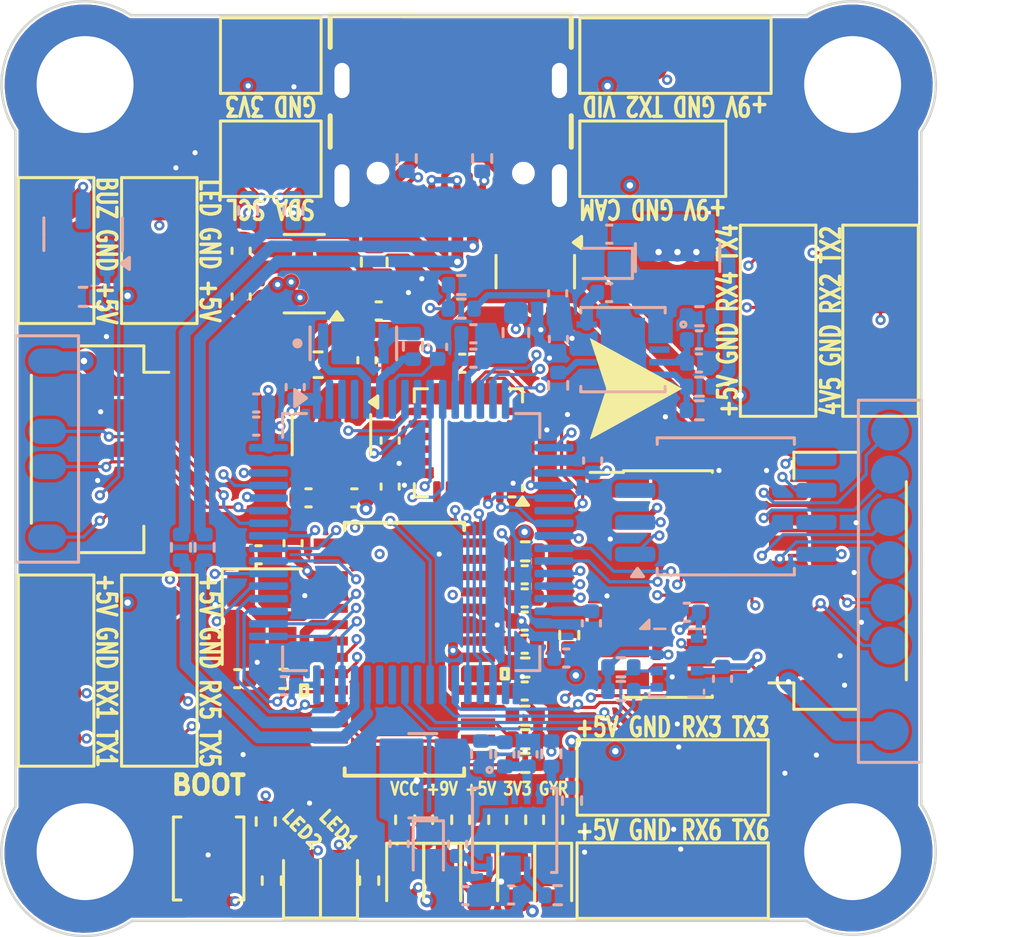
<source format=kicad_pcb>
(kicad_pcb (version 20240108) (generator "pcbnew") (generator_version "8.0")
  (layers (0 "F.Cu" mixed "Signal1") (1 "In1.Cu" power "GND") (2 "In2.Cu" signal "Signal2") (3 "In3.Cu" signal "Signal3") (4 "In4.Cu" power "PWR") (31 "B.Cu" mixed "Signal4") (34 "B.Paste" user) (35 "F.Paste" user) (36 "B.SilkS" user "B.Silkscreen") (37 "F.SilkS" user "F.Silkscreen") (38 "B.Mask" user) (39 "F.Mask" user) (44 "Edge.Cuts" user))
  (net 0 "")
  (net 1 "GND")
  (net 2 "+3V3")
  (net 3 "VCC")
  (net 4 "/Connectors/NRST")
  (net 5 "+5V")
  (net 6 "VBUS")
  (net 7 "GNDA")
  (net 8 "+3V3_GYRO")
  (net 9 "4V5")
  (net 10 "+9V")
  (net 11 "/MCU/HSE_IN")
  (net 12 "/OSD/SAG")
  (net 13 "/CAM")
  (net 14 "/OSD/CLKIN")
  (net 15 "/Connectors/USART6_RX")
  (net 16 "/Connectors/USART1_TX")
  (net 17 "/Connectors/USART3_RX")
  (net 18 "/Connectors/USART3_TX")
  (net 19 "/Connectors/BUZ-")
  (net 20 "/Connectors/USART6_TX")
  (net 21 "/Connectors/UART4_RX")
  (net 22 "/Connectors/SWDIO")
  (net 23 "/Connectors/SWCLK")
  (net 24 "/Connectors/M3")
  (net 25 "/Connectors/M2")
  (net 26 "/Connectors/M1")
  (net 27 "/Connectors/CURR")
  (net 28 "/Connectors/M4")
  (net 29 "/Connectors/I2C1_SCL")
  (net 30 "/Connectors/I2C1_SDA")
  (net 31 "/Connectors/UART4_TX")
  (net 32 "/Connectors/USART2_TX")
  (net 33 "/Connectors/SWO")
  (net 34 "/VID")
  (net 35 "/MCU/BOOT0")
  (net 36 "/MCU/HSE_OUT")
  (net 37 "/Barometer/I2C3_SDA")
  (net 38 "/Barometer/I2C3_SCL")
  (net 39 "/OSD/XFB")
  (net 40 "/MCU/SPI3_MOSI")
  (net 41 "/MCU/SPI3_MISO")
  (net 42 "/MCU/SPI3_SCK")
  (net 43 "/MCU/SPI3_CS")
  (net 44 "/Flash/SPI2_MOSI")
  (net 45 "/Flash/SPI2_MISO")
  (net 46 "/Flash/SPI2_SCK")
  (net 47 "/Flash/SPI2_CS")
  (net 48 "/Gyro/SPI1_CS")
  (net 49 "/Gyro/SPI1_MISO")
  (net 50 "/Connectors/LED")
  (net 51 "/Connectors/CONN_D+")
  (net 52 "/Connectors/CONN_D-")
  (net 53 "/MCU/D+")
  (net 54 "/MCU/D-")
  (net 56 "/Gyro/SPI1_MOSI")
  (net 57 "/Gyro/SPI1_SCK")
  (net 58 "/Connectors/USART2_RX")
  (net 59 "/Connectors/USART1_RX")
  (net 72 "/OSD/VOUT")
  (net 73 "/OSD/VIN")
  (net 74 "/OSD/HSYNC")
  (net 75 "/OSD/LSYNC")
  (net 76 "/OSD/LOS")
  (net 77 "/MCU/VCAP")
  (net 78 "/MCU/BLUE")
  (net 79 "/MCU/LED_1")
  (net 80 "/MCU/YELLOW")
  (net 81 "/MCU/RED")
  (net 82 "/MCU/LED_2")
  (net 83 "/MCU/GREEN")
  (net 84 "/Connectors/UART5_RX")
  (net 85 "/Connectors/UART5_TX")
  (net 86 "/MCU/PURPLE")
  (net 87 "/MCU/U_BLUE")
  (net 88 "/MCU/U_RED")
  (net 89 "/MCU/BUZ_MCU")
  (net 90 "/OSD/VID_RES")
  (net 91 "/MCU/VCC_SENSE")
  (net 94 "/Power/BST_5V")
  (net 95 "/Power/SW_5V")
  (net 96 "/Power/COMP_5V")
  (net 97 "/Power/FB_5V")
  (net 98 "/Power/FREQ_5V")
  (net 99 "/Power/BST_9V")
  (net 100 "/Power/SW_9V")
  (net 101 "/Power/COMP_9V")
  (net 102 "/Power/FB_9V")
  (net 103 "/Power/FREQ_9V")
  (net 104 "/Power/VIN_GYRO")
  (net 105 "/Power/BP_GYRO")
  (net 106 "/Gyro/CPOUT")
  (net 107 "/Gyro/REGOUT")
  (net 109 "/Connectors/CC1")
  (net 112 "/Connectors/CC2")
  (net 118 "/Connectors/GND_DET")
  (net 119 "/Power/COMP_RES_9V")
  (net 120 "/Power/COMP_RES_5V")
  (net 121 "/OSD/XTAL_RES")
  (net 122 "/MCU/XTAL_RES")
  (net 123 "/Power/VIN_3V3")
  (net 124 "/Power/BP")
  (net 125 "+3V3A")
  (footprint "JPW_Footprints:M3_Mounting_Hole" (layer "F.Cu") (at 81.25 76.25)
    (property "Reference" "H1" (hide yes))
    (property "Value" "MountingHole_Pad" (hide yes))
  )
  (footprint "JPW_Footprints:M3_Mounting_Hole" (layer "F.Cu") (at 111.75 76.25)
    (property "Reference" "H3" (hide yes))
    (property "Value" "MountingHole_Pad" (hide yes))
  )
  (footprint "JPW_Footprints:M3_Mounting_Hole" (layer "F.Cu") (at 81.25 106.75)
    (property "Reference" "H4" (hide yes))
    (property "Value" "MountingHole_Pad" (hide yes))
  )
  (footprint "JPW_Footprints:M3_Mounting_Hole" (layer "F.Cu") (at 111.75 106.75)
    (property "Reference" "H2" (hide yes))
    (property "Value" "MountingHole_Pad" (hide yes))
  )
  (footprint "Capacitor_SMD:C_0402_1005Metric" (layer "F.Cu") (at 92.45 87.21 90)
    (property "Reference" "C33" (hide yes))
    (property "Value" "1uF" (hide yes))
  )
  (footprint "Resistor_SMD:R_0402_1005Metric" (layer "F.Cu") (at 98.38 105.48 90)
    (property "Reference" "R15" (hide yes))
    (property "Value" "1k" (hide yes))
  )
  (footprint "JPW_Connectors:Conn_1x4_SMT" (layer "F.Cu") (at 108.79 85.64 90)
    (property "Reference" "J2" (hide yes))
    (property "Value" "Conn_01x04" (hide yes))
  )
  (footprint "LED_SMD:LED_0603_1608Metric" (layer "F.Cu") (at 95.44 107.9 -90)
    (property "Reference" "D6" (hide yes))
    (property "Value" "GREEN" (hide yes))
  )
  (footprint "Oscillator:Oscillator_SMD_Abracon_ASE-4Pin_3.2x2.5mm" (layer "F.Cu") (at 88.275 97.405 -90)
    (property "Reference" "Y2" (hide yes))
    (property "Value" "27MHz" (hide yes))
  )
  (footprint "Capacitor_SMD:C_0402_1005Metric" (layer "F.Cu") (at 98.72 97.58)
    (property "Reference" "C19" (hide yes))
    (property "Value" "0.1uF" (hide yes))
  )
  (footprint "JPW_Connectors:Conn_1x4_SMT" (layer "F.Cu") (at 104.6 103.8)
    (property "Reference" "J3" (hide yes))
    (property "Value" "Conn_01x04" (hide yes))
  )
  (footprint "Resistor_SMD:R_0402_1005Metric" (layer "F.Cu") (at 96.91 105.48 90)
    (property "Reference" "R16" (hide yes))
    (property "Value" "100" (hide yes))
  )
  (footprint "Resistor_SMD:R_0402_1005Metric" (layer "F.Cu") (at 89.14 99.88 180)
    (property "Reference" "R22" (hide yes))
    (property "Value" "589" (hide yes))
  )
  (footprint "LED_SMD:LED_0603_1608Metric" (layer "F.Cu") (at 93.97 107.9 -90)
    (property "Reference" "D7" (hide yes))
    (property "Value" "PURPLE" (hide yes))
  )
  (footprint "Capacitor_SMD:C_0402_1005Metric" (layer "F.Cu") (at 88.145 94.945 180)
    (property "Reference" "C17" (hide yes))
    (property "Value" "10pF" (hide yes))
  )
  (footprint "Resistor_SMD:R_0402_1005Metric" (layer "F.Cu") (at 93.97 105.48 90)
    (property "Reference" "R18" (hide yes))
    (property "Value" "1k" (hide yes))
  )
  (footprint "Inductor_SMD:L_0603_1608Metric" (layer "F.Cu") (at 92.74 83.31 90)
    (property "Reference" "FB2" (hide yes))
    (property "Value" "100 @ 100 Mhz" (hide yes))
  )
  (footprint "JPW_Connectors:Conn_1x3_SMT" (layer "F.Cu") (at 80.1 82.85 90)
    (property "Reference" "J16" (hide yes))
    (property "Value" "Conn_01x03" (hide yes))
  )
  (footprint "JPW_Footprints:Arrow" (layer "F.Cu") (at 103.14 88.34)
    (property "Reference" "L2" (hide yes))
    (property "Value" "Arrow" (hide yes))
  )
  (footprint "Connector_JST:JST_SH_SM08B-SRSS-TB_1x08-1MP_P1.00mm_Horizontal" (layer "F.Cu") (at 111.2 95.98 90)
    (property "Reference" "J10" (hide yes))
    (property "Value" "Conn_01x08" (hide yes))
  )
  (footprint "Capacitor_SMD:C_0402_1005Metric" (layer "F.Cu") (at 87.45 84.68 90)
    (property "Reference" "C32" (hide yes))
    (property "Value" "2.2uF" (hide yes))
  )
  (footprint "LED_SMD:LED_0603_1608Metric" (layer "F.Cu") (at 91.34 107.9 90)
    (property "Reference" "D1" (hide yes))
    (property "Value" "BLUE" (hide yes))
  )
  (footprint "Capacitor_SMD:C_0402_1005Metric" (layer "F.Cu") (at 98.72 96.66 180)
    (property "Reference" "C22" (hide yes))
    (property "Value" "10uF" (hide yes))
  )
  (footprint "Resistor_SMD:R_0402_1005Metric" (layer "F.Cu") (at 98.74 101.34 180)
    (property "Reference" "R23" (hide yes))
    (property "Value" "1k" (hide yes))
  )
  (footprint "Capacitor_SMD:C_0402_1005Metric" (layer "F.Cu") (at 91.95 92.6825 180)
    (property "Reference" "C35" (hide yes))
    (property "Value" "2.2uF" (hide yes))
  )
  (footprint "Capacitor_SMD:C_0402_1005Metric" (layer "F.Cu") (at 87.3 99.87)
    (property "Reference" "C18" (hide yes))
    (property "Value" "10pF" (hide yes))
  )
  (footprint "JPW_Footprints:MAX7456" (layer "F.Cu") (at 93.94 98.7)
    (property "Reference" "U5" (hide yes))
    (property "Value" "MAX7456EUI+" (hide yes))
  )
  (footprint "JPW_Connectors:GCT_USB4105-GF-A" (layer "F.Cu") (at 95.78 76.09 180)
    (property "Reference" "J18" (hide yes))
    (property "Value" "USB4105-GF-A" (hide yes))
  )
  (footprint "Capacitor_SMD:C_0402_1005Metric" (layer "F.Cu") (at 96.24 87.33 180)
    (property "Reference" "C12" (hide yes))
    (property "Value" "0.1uF" (hide yes))
  )
  (footprint "Package_TO_SOT_SMD:SOT-23-5" (layer "F.Cu") (at 89.96 83.77 180)
    (property "Reference" "U7" (hide yes))
    (property "Value" "LP2985-3.3" (hide yes))
  )
  (footprint "JPW_Connectors:Conn_1x2_SMT" (layer "F.Cu") (at 88.63 79.2 180)
    (property "Reference" "J17" (hide yes))
    (property "Value" "Conn_01x02" (hide yes))
  )
  (footprint "LED_SMD:LED_0603_1608Metric" (layer "F.Cu") (at 98.38 107.9 -90)
    (property "Reference" "D4" (hide yes))
    (property "Value" "RED" (hide yes))
  )
  (footprint "Capacitor_SMD:C_0402_1005Metric" (layer "F.Cu") (at 98.72 98.5 180)
    (property "Reference" "C16" (hide yes))
    (property "Value" "0.1uF" (hide yes))
  )
  (footprint "JPW_Connectors:Conn_1x4_SMT" (layer "F.Cu") (at 84.2 99.55 -90)
    (property "Reference" "J9" (hide yes))
    (property "Value" "Conn_01x04" (hide yes))
  )
  (footprint "Capacitor_SMD:C_0402_1005Metric" (layer "F.Cu") (at 98.72 100.36)
    (property "Reference" "C20" (hide yes))
    (property "Value" "0.1uF" (hide yes))
  )
  (footprint "Capacitor_SMD:C_0402_1005Metric" (layer "F.Cu") (at 93.37265 92.234999 90)
    (property "Reference" "C13" (hide yes))
    (property "Value" "2.2nF" (hide yes))
  )
  (footprint "Connector_PinHeader_1.27mm:PinHeader_2x07_P1.27mm_Vertical_SMD" (layer "F.Cu") (at 104.41 96.11)
    (property "Reference" "J20" (hide yes))
    (property "Value" "Conn_02x07_Odd_Even" (hide yes))
  )
  (footprint "Capacitor_SMD:C_0402_1005Metric" (layer "F.Cu") (at 89.515 94.485 90)
    (property "Reference" "C21" (hide yes))
    (property "Value" "0.1uF" (hide yes))
  )
  (footprint "Resistor_SMD:R_0402_1005Metric" (layer "F.Cu") (at 92.54 107.9 90)
    (property "Reference" "R6" (hide yes))
    (property "Value" "1k" (hide yes))
  )
  (footprint "Capacitor_SMD:C_0402_1005Metric" (layer "F.Cu") (at 90.13 92.6825)
    (property "Reference" "C34" (hide yes))
    (property "Value" "10nF" (hide yes))
  )
  (footprint "Resistor_SMD:R_0402_1005Metric" (layer "F.Cu") (at 98.74 99.43)
    (property "Reference" "R21" (hide yes))
    (property "Value" "75" (hide yes))
  )
  (footprint "Resistor_SMD:R_0402_1005Metric" (layer "F.Cu") (at 95.44 105.48 90)
    (property "Reference" "R17" (hide yes))
    (property "Value" "233" (hide yes))
  )
  (footprint "Inductor_SMD:L_0603_1608Metric" (layer "F.Cu") (at 90.51 87.39 180)
    (property "Reference" "FB3" (hide yes))
    (property "Value" "100 @ 100 Mhz" (hide yes))
  )
  (footprint "JPW_Connectors:Conn_1x3_SMT" (layer "F.Cu") (at 103.81 79.2 180)
    (property "Reference" "J6" (hide yes))
    (property "Value" "Conn_01x03" (hide yes))
  )
  (footprint "Capacitor_SMD:C_0402_1005Metric" (layer "F.Cu") (at 93.37265 90.404999 -90)
    (property "Reference" "C11" (hide yes))
    (property "Value" "0.1uF" (hide yes))
  )
  (footprint "Resistor_SMD:R_0402_1005Metric" (layer "F.Cu") (at 98.74 94.81)
    (property "Reference" "R26" (hide yes))
    (property "Value" "75" (hide yes))
  )
  (footprint "Button_Switch_SMD:SW_SPST_B3U-1000P" (layer "F.Cu") (at 86.16 107.02 90)
    (property "Reference" "SW1" (hide yes))
    (property "Value" "SW_Push" (hide yes))
  )
  (footprint "JPW_Connectors:Conn_1x4_SMT" (layer "F.Cu") (at 80.1 99.55 -90)
    (property "Reference" "J4" (hide yes))
    (property "Value" "Conn_01x04" (hide yes))
  )
  (footprint "Resistor_SMD:R_0402_1005Metric" (layer "F.Cu") (at 98.74 103.22 180)
    (property "Reference" "R25" (hide yes))
    (property "Value" "1k" (hide yes))
  )
  (footprint "Resistor_SMD:R_0402_1005Metric" (layer "F.Cu") (at 88.43 105.55 -90)
    (property "Reference" "R5" (hide yes))
    (property "Value" "10k" (hide yes))
  )
  (footprint "Capacitor_SMD:C_0402_1005Metric" (layer "F.Cu") (at 92.92 85.25)
    (property "Reference" "C26" (hide yes))
    (property "Value" "1uF" (hide yes))
  )
  (footprint "JPW_Connectors:Conn_1x2_SMT" (layer "F.Cu") (at 88.63 75.1)
    (property "Reference" "J14" (hide yes))
    (property "Value" "Conn_01x02" (hide yes))
  )
  (footprint "Resistor_SMD:R_0402_1005Metric" (layer "F.Cu") (at 99.85 105.48 90)
    (property "Reference" "R14" (hide yes))
    (property "Value" "1k" (hide yes))
  )
  (footprint "JPW_Connectors:Conn_1x4_SMT" (layer "F.Cu") (at 104.6 107.9)
    (property "Reference" "J5" (hide yes))
    (property "Value" "Conn_01x04" (hide yes))
  )
  (footprint "Resistor_SMD:R_0402_1005Metric" (layer "F.Cu") (at 88.67 107.9 90)
    (property "Reference" "R7" (hide yes))
    (property "Value" "1k" (hide yes))
  )
  (footprint "Connector_JST:JST_SH_SM06B-SRSS-TB_1x06-1MP_P1.00mm_Horizontal" (layer "F.Cu") (at 81.8 90.75 -90)
    (property "Reference" "J11" (hide yes))
    (property "Value" "Conn_01x06" (hide yes))
  )
  (footprint "JPW_Connectors:Conn_1x4_SMT" (layer "F.Cu") (at 112.86 85.64 90)
    (property "Reference" "J8" (hide yes))
    (property "Value" "Conn_01x04" (hide yes))
  )
  (footprint "Package_TO_SOT_SMD:SOT-23-5" (layer "F.Cu") (at 91.04 90.1725 -90)
    (property "Reference" "U8" (hide yes))
    (property "Value" "LP2985-3.3" (hide yes))
  )
  (footprint "JPW_Connectors:Conn_1x4_SMT" (layer "F.Cu") (at 104.71 75.1 180)
    (property "Reference" "J7" (hide yes))
    (property "Value" "Conn_01x04" (hide yes))
  )
  (footprint "Resistor_SMD:R_0402_1005Metric" (layer "F.Cu") (at 100.49 98.14 90)
    (property "Reference" "R35" (hide yes))
    (property "Value" "10k" (hide yes))
  )
  (footprint "LED_SMD:LED_0603_1608Metric" (layer "F.Cu") (at 99.85 107.9 -90)
    (property "Reference" "D3" (hide yes))
    (property "Value" "BLUE" (hide yes))
  )
  (footprint "Sensor_Motion:InvenSense_QFN-24_4x4mm_P0.5mm" (layer "F.Cu") (at 96.48265 90.494999 180)
    (property "Reference" "U2" (hide yes))
    (property "Value" "MPU-6000" (hide yes))
  )
  (footprint "LED_SMD:LED_0603_1608Metric" (layer "F.Cu") (at 89.87 107.9 90)
    (property "Reference" "D2" (hide yes))
    (property "Value" "RED" (hide yes))
  )
  (footprint "Capacitor_SMD:C_0402_1005Metric" (layer "F.Cu") (at 98.72 95.74 180)
    (property "Reference" "C23" (hide yes))
    (property "Value" "10uF" (hide yes))
  )
  (footprint "Resistor_SMD:R_0402_1005Metric" (layer "F.Cu") (at 98.74 102.28 180)
    (property "Reference" "R24" (hide yes))
    (property "Value" "1k" (hide yes))
  )
  (footprint "Package_TO_SOT_SMD:SOT-23" (layer "F.Cu") (at 99.14 83.69 -90)
    (property "Reference" "D12" (hide yes))
    (property "Value" "BAT54C" (hide yes))
  )
  (footprint "Capacitor_SMD:C_0402_1005Metric" (layer "F.Cu") (at 87.45 82.86 -90)
    (property "Reference" "C30" (hide yes))
    (property "Value" "10nF" (hide yes))
  )
  (footprint "LED_SMD:LED_0603_1608Metric" (layer "F.Cu") (at 96.91 107.9 -90)
    (property "Reference" "D5" (hide yes))
    (property "Value" "YELLOW" (hide yes))
  )
  (footprint "JPW_Connectors:Conn_1x3_SMT" (layer "F.Cu") (at 84.2 82.85 90)
    (property "Reference" "J15" (hide yes))
    (property "Value" "Conn_01x03" (hide yes))
  )
  (footprint "Capacitor_SMD:C_0402_1005Metric" (layer "B.Cu") (at 102.0746 84.52)
    (property "Reference" "C27" (hide yes))
    (property "Value" "0.1uF" (hide yes))
  )
  (footprint "Resistor_SMD:R_0402_1005Metric" (layer "B.Cu") (at 96.2 84.22 180)
    (property "Reference" "R13" (hide yes))
    (property "Value" "1k" (hide yes))
  )
  (footprint "Capacitor_SMD:C_0402_1005Metric" (layer "B.Cu") (at 88.05 89.83 180)
    (property "Reference" "C6" (hide yes))
    (property "Value" "0.1uF" (hide yes))
  )
  (footprint "Capacitor_SMD:C_0402_1005Metric" (layer "B.Cu") (at 96.36 108.5)
    (property "Reference" "C36" (hide yes))
    (property "Value" "4.7uF" (hide yes))
  )
  (footprint "Resistor_SMD:R_0402_1005Metric" (layer "B.Cu") (at 94.28 86.66 90)
    (property "Reference" "R8" (hide yes))
    (property "Value" "2k" (hide yes))
  )
  (footprint "Resistor_SMD:R_0402_1005Metric" (layer "B.Cu") (at 105.66 89.2)
    (property "Reference" "R29" (hide yes))
    (property "Value" "2k" (hide yes))
  )
  (footprint "Resistor_SMD:R_0402_1005Metric" (layer "B.Cu") (at 85.06 94.65 -90)
    (property "Reference" "R3" (hide yes))
    (property "Value" "22" (hide yes))
  )
  (footprint "Resistor_SMD:R_0402_1005Metric" (layer "B.Cu") (at 100.6 104.72 -90)
    (property "Reference" "R33" (hide yes))
    (property "Value" "3.8k" (hide yes))
  )
  (footprint "Diode_SMD:D_SOD-523" (layer "B.Cu") (at 101.74 83.36 180)
    (property "Reference" "D8" (hide yes))
    (property "Value" "90V, 2A" (hide yes))
  )
  (footprint "Resistor_SMD:R_0402_1005Metric" (layer "B.Cu") (at 99.78 102.86 -90)
    (property "Reference" "R34" (hide yes))
    (property "Value" "20k" (hide yes))
  )
  (footprint "Capacitor_SMD:C_0402_1005Metric" (layer "B.Cu") (at 102.08 82.2 180)
    (property "Reference" "C31" (hide yes))
    (property "Value" "22uF" (hide yes))
  )
  (footprint "Capacitor_SMD:C_0402_1005Metric" (layer "B.Cu") (at 98.85 102.88 90)
    (property "Reference" "C40" (hide yes))
    (property "Value" "1pF" (hide yes))
  )
  (footprint "Capacitor_SMD:C_0402_1005Metric" (layer "B.Cu") (at 89.15 100.15 180)
    (property "Reference" "C5" (hide yes))
    (property "Value" "0.1uF" (hide yes))
  )
  (footprint "Resistor_SMD:R_0402_1005Metric" (layer "B.Cu") (at 94.03 79.19 90)
    (property "Reference" "R2" (hide yes))
    (property "Value" "5k1" (hide yes))
  )
  (footprint "JPW_Footprints:SRN3015-4R7M" (layer "B.Cu") (at 94.67 103.73 180)
    (property "Reference" "L4")
    (property "Value" "12uH")
  )
  (footprint "Resistor_SMD:R_0402_1005Metric" (layer "B.Cu") (at 81.17 84.69 180)
    (property "Reference" "R11" (hide yes))
    (property "Value" "10k" (hide yes))
  )
  (footprint "Capacitor_SMD:C_0402_1005Metric" (layer "B.Cu") (at 93.73 106.44 -90)
    (property "Reference" "C41" (hide yes))
    (property "Value" "22uF" (hide yes))
  )
  (footprint "Resistor_SMD:R_0402_1005Metric" (layer "B.Cu") (at 97.03 79.19 90)
    (property "Reference" "R1" (hide yes))
    (property "Value" "5k1" (hide yes))
  )
  (footprint "Capacitor_SMD:C_0402_1005Metric" (layer "B.Cu") (at 105.6446 86.4)
    (property "Reference" "C28" (hide yes))
    (property "Value" "390pF" (hide yes))
  )
  (footprint "Capacitor_SMD:C_0402_1005Metric" (layer "B.Cu") (at 96.68 86.16 180)
    (property "Reference" "C10" (hide yes))
    (property "Value" "10nF" (hide yes))
  )
  (footprint "Resistor_SMD:R_0402_1005Metric" (layer "B.Cu") (at 105.6646 85.46 180)
    (property "Reference" "R28" (hide yes))
    (property "Value" "165k" (hide yes))
  )
  (footprint "Capacitor_SMD:C_0402_1005Metric" (layer "B.Cu") (at 96.68 87.13 180)
    (property "Reference" "C9" (hide yes))
    (property "Value" "1uF" (hide yes))
  )
  (footprint "Capacitor_SMD:C_0402_1005Metric" (layer "B.Cu") (at 106.58 99.88 -90)
    (property "Reference" "C14" (hide yes))
    (property "Value" "0.1uF" (hide yes))
  )
  (footprint "Capacitor_SMD:C_0402_1005Metric" (layer "B.Cu") (at 97.93 102.88 90)
    (property "Reference" "C39" (hide yes))
    (property "Value" "390pF" (hide yes))
  )
  (footprint "Capacitor_SMD:C_0402_1005Metric" (layer "B.Cu") (at 100.06 86.37 90)
    (property "Reference" "C24" (hide yes))
    (property "Value" "4.7uF" (hide yes))
  )
  (footprint "Resistor_SMD:R_0402_1005Metric" (layer "B.Cu") (at 102.54 99.42 180)
    (property "Reference" "R20" (hide yes))
    (property "Value" "4.7k" (hide yes))
  )
  (footprint "JPW_Footprints:MP4560DQ" (layer "B.Cu") (at 102.6246 86.79 180)
    (property "Reference" "U6" (hide yes))
    (property "Value" "MP4560_QFN10" (hide yes))
  )
  (footprint "JPW_Footprints:SRN3015-4R7M" (layer "B.Cu") (at 104.7946 83.13 90)
    (property "Reference" "L3")
    (property "Value" "15uH")
  )
  (footprint "Capacitor_SMD:C_0402_1005Metric" (layer "B.Cu") (at 89.6 88.28 90)
    (property "Reference" "C8" (hide yes))
    (property "Value" "0.1uF" (hide yes))
  )
  (footprint "Resistor_SMD:R_0402_1005Metric" (layer "B.Cu") (at 86 94.65 -90)
    (property "Reference" "R4" (hide yes))
    (property "Value" "22" (hide yes))
  )
  (footprint "JPW_Footprints:MP4560DQ" (layer "B.Cu") (at 98.32 105.9 -90)
    (property "Reference" "U9" (hide yes))
    (property "Value" "MP4560_QFN10" (hide yes))
  )
  (footprint "Package_QFP:LQFP-64_10x10mm_P0.5mm" (layer "B.Cu") (at 94.21 94.44 -90)
    (property "Reference" "U1" (hide yes))
    (property "Value" "STM32F722RETx" (hide yes))
  )
  (footprint "Capacitor_SMD:C_0402_1005Metric" (layer "B.Cu") (at 105.16 97.23 180)
    (property "Reference" "C15" (hide yes))
    (property "Value" "0.1uF" (hide yes))
  )
  (footprint "Resistor_SMD:R_0402_1005Metric" (layer "B.Cu") (at 89.53 81.26 90)
    (property "Reference" "R9" (hide yes))
    (property "Value" "3.7k" (hide yes))
  )
  (footprint "Capacitor_SMD:C_0402_1005Metric" (layer "B.Cu") (at 95.26 86.68 90)
    (property "Reference" "C1" (hide yes))
    (property "Value" "0.1uF" (hide yes))
  )
  (footprint "Capacitor_SMD:C_0402_1005Metric" (layer "B.Cu") (at 101.42 91.2 90)
    (property "Reference" "C3" (hide yes))
    (property "Value" "0.1uF" (hide yes))
  )
  (footprint "Capacitor_SMD:C_0402_1005Metric" (layer "B.Cu") (at 100.37 99.05)
    (property "Reference" "C7" (hide yes))
    (property "Value" "0.1uF" (hide yes))
  )
  (footprint "Resistor_SMD:R_0402_1005Metric" (layer "B.Cu") (at 100.05 88.21 -90)
    (property "Reference" "R27" (hide yes))
    (property "Value" "200k" (hide yes))
  )
  (footprint "Inductor_SMD:L_0603_1608Metric" (layer "B.Cu") (at 98.37 86.11 -90)
    (property "Reference" "FB1" (hide yes))
    (property "Value" "100@100MHz" (hide yes))
  )
  (footprint "Resistor_SMD:R_0402_1005Metric" (layer "B.Cu") (at 102.54 100.36 180)
    (property "Reference" "R19" (hide yes))
    (property "Value" "4.7k" (hide yes))
  )
  (footprint "Capacitor_SMD:C_0402_1005Metric" (layer "B.Cu") (at 96.05 106.44 90)
    (property "Reference" "C38" (hide yes))
    (property "Value" "0.1uF" (hide yes))
  )
  (footprint "JPW_Footprints:OSC_CSTNE8M00G55Z000R0" (layer "B.Cu") (at 91.91 86.54)
    (property "Reference" "Y1" (hide yes))
    (property "Value" "CSTNE8M00G55Z000R0" (hide yes))
  )
  (footprint "Capacitor_SMD:C_0402_1005Metric" (layer "B.Cu") (at 105.6446 87.32)
    (property "Reference" "C29" (hide yes))
    (property "Value" "1pF" (hide yes))
  )
  (footprint "Resistor_SMD:R_0402_1005Metric" (layer "B.Cu") (at 96.2 85.16 180)
    (property "Reference" "R12" (hide yes))
    (property "Value" "10k" (hide yes))
  )
  (footprint "Package_TO_SOT_SMD:SOT-23" (layer "B.Cu") (at 81.1725 82.2 90)
    (property "Reference" "Q1" (hide yes))
    (property "Value" "BSS138" (hide yes))
  )
  (footprint "Capacitor_SMD:C_0402_1005Metric" (layer "B.Cu") (at 98.18 108.47 180)
    (property "Reference" "C37" (hide yes))
    (property "Value" "0.1uF" (hide yes))
  )
  (footprint "Capacitor_SMD:C_0402_1005Metric" (layer "B.Cu") (at 88.05 88.91 180)
    (property "Reference" "C2" (hide yes))
    (property "Value" "4.7uF" (hide yes))
  )
  (footprint "Diode_SMD:D_SOD-523" (layer "B.Cu") (at 94.89 106.7825 -90)
    (property "Reference" "D11" (hide yes))
    (property "Value" "90V, 2A" (hide yes))
  )
  (footprint "Resistor_SMD:R_0402_1005Metric" (layer "B.Cu") (at 105.6646 88.26 180)
    (property "Reference" "R30" (hide yes))
    (property "Value" "20k" (hide yes))
  )
  (footprint "JPW_Connectors:Conn_DJI" (layer "B.Cu") (at 79.74 90.74 -90)
    (property "Reference" "J12" (hide yes))
    (property "Value" "Conn_01x06" (hide yes))
  )
  (footprint "Package_LGA:Bosch_LGA-8_2x2.5mm_P0.65mm_ClockwisePinNumbering" (layer "B.Cu") (at 104.77 99.24 -90)
    (property "Reference" "U3" (hide yes))
    (property "Value" "BMP280" (hide yes))
  )
  (footprint "Capacitor_SMD:C_0402_1005Metric" (layer "B.Cu") (at 100.03 84.55 -90)
    (property "Reference" "C25" (hide yes))
    (property "Value" "0.1uF" (hide yes))
  )
  (footprint "Resistor_SMD:R_0402_1005Metric" (layer "B.Cu") (at 87.73 81.26 90)
    (property "Reference" "R10" (hide yes))
    (property "Value" "3.7k" (hide yes))
  )
  (footprint "Resistor_SMD:R_0402_1005Metric" (layer "B.Cu") (at 96.99 102.86 -90)
    (property "Reference" "R32" (hide yes))
    (property "Value" "93.1k" (hide yes))
  )
  (footprint "Resistor_SMD:R_0402_1005Metric" (layer "B.Cu") (at 100.03 108.48)
    (property "Reference" "R31" (hide yes))
    (property "Value" "200k" (hide yes))
  )
  (footprint "JPW_Connectors:Conn_8Edge_SMT" (layer "B.Cu") (at 113.23 96 90)
    (property "Reference" "J13" (hide yes))
    (property "Value" "Conn_01x08" (hide yes))
  )
  (footprint "Package_SO:SOIC-8_5.23x5.23mm_P1.27mm" (layer "B.Cu") (at 106.71 93.02)
    (property "Reference" "U4" (hide yes))
    (property "Value" "W25Q128JVS" (hide yes))
  )
  (footprint "Capacitor_SMD:C_0402_1005Metric" (layer "B.Cu") (at 101.37 97.67 -90)
    (property "Reference" "C4" (hide yes))
    (property "Value" "2.2uF" (hide yes))
  )
  (gr_line (start 83.12 109.499716) (end 109.92 109.5) (stroke (width 0.1)) (layer "Edge.Cuts"))
  (gr_line (start 114.479862 104.890094) (end 114.48 78.12) (stroke (width 0.1)) (layer "Edge.Cuts"))
  (gr_line (start 109.924254 73.490208) (end 83.07 73.49) (stroke (width 0.1)) (layer "Edge.Cuts"))
  (gr_arc (start 109.924254 73.490208) (mid 114.108636 73.929087) (end 114.48 78.12) (stroke (width 0.1)) (layer "Edge.Cuts"))
  (gr_arc (start 83.12 109.499716) (mid 78.911894 109.159673) (end 78.48 104.96) (stroke (width 0.1)) (layer "Edge.Cuts"))
  (gr_arc (start 114.479862 104.890094) (mid 114.098456 109.072962) (end 109.92 109.5) (stroke (width 0.1)) (layer "Edge.Cuts"))
  (gr_line (start 78.48 104.96) (end 78.48 78.08) (stroke (width 0.1)) (layer "Edge.Cuts"))
  (gr_arc (start 78.48 78.08) (mid 78.898366 73.908366) (end 83.07 73.49) (stroke (width 0.1)) (layer "Edge.Cuts"))
  (gr_text "+5V GND RX1 TX1" (at 82.1 99.55 270) (layer "F.SilkS") (effects (font (size 0.75 0.55) (thickness 0.1375))))
  (gr_text "LED2" (at 89.87 105.86 -45) (layer "F.SilkS") (effects (font (size 0.5 0.5) (thickness 0.125))))
  (gr_text "LED GND +5V" (at 86.2 82.85 270) (layer "F.SilkS") (effects (font (size 0.75 0.55) (thickness 0.1375))))
  (gr_text "+9V GND TX2 VID" (at 104.71 77.1 180) (layer "F.SilkS") (effects (font (size 0.75 0.55) (thickness 0.1375))))
  (gr_text "SDA SCL" (at 88.63 81.2 180) (layer "F.SilkS") (effects (font (size 0.75 0.55) (thickness 0.1375))))
  (gr_text "+5V GND RX4 TX4" (at 106.79 85.64 90) (layer "F.SilkS") (effects (font (size 0.75 0.55) (thickness 0.1375))))
  (gr_text "GND 3V3" (at 88.63 77.1 180) (layer "F.SilkS") (effects (font (size 0.75 0.55) (thickness 0.1375))))
  (gr_text "BOOT" (at 86.16 104.1 0) (layer "F.SilkS") (effects (font (size 0.75 0.75) (thickness 0.1875) (bold yes))))
  (gr_text "BUZ GND +5V" (at 82.1 82.85 270) (layer "F.SilkS") (effects (font (size 0.75 0.55) (thickness 0.1375))))
  (gr_text "4V5 GND RX2 TX2" (at 110.89 85.64 90) (layer "F.SilkS") (effects (font (size 0.75 0.55) (thickness 0.1375))))
  (gr_text "+5V GND RX6 TX6" (at 104.6 105.9 0) (layer "F.SilkS") (effects (font (size 0.75 0.55) (thickness 0.1375))))
  (gr_text "+5V GND RX3 TX3" (at 104.6 101.8 0) (layer "F.SilkS") (effects (font (size 0.75 0.55) (thickness 0.1375))))
  (gr_text "LED1" (at 91.34 105.86 -45) (layer "F.SilkS") (effects (font (size 0.5 0.5) (thickness 0.125))))
  (gr_text "VCC +9V +5V 3V3 GYR" (at 96.91 104.25 0) (layer "F.SilkS") (effects (font (size 0.5 0.4) (thickness 0.1))))
  (gr_text "+5V GND RX5 TX5" (at 86.2 99.55 270) (layer "F.SilkS") (effects (font (size 0.75 0.55) (thickness 0.1375))))
  (gr_text "+9V GND CAM" (at 103.81 81.2 180) (layer "F.SilkS") (effects (font (size 0.75 0.55) (thickness 0.1375))))
  (segment (start 97.61565 97.725001) (end 97.6263 97.735651) (width 0.254) (layer "F.Cu") (net 1))
  (segment (start 96.86735 97.725001) (end 97.61565 97.725001) (width 0.254) (layer "F.Cu") (net 1))
  (via (at 93.73 91.31) (size 0.4064) (drill 0.2032) (layers "F.Cu" "B.Cu") (net 1))
  (via (at 87.53 102.89) (size 0.4064) (drill 0.2032) (layers "F.Cu" "B.Cu") (net 1))
  (via (at 89.98 96.57) (size 0.4064) (drill 0.2032) (layers "F.Cu" "B.Cu") (net 1))
  (via (at 98.26 92.1) (size 0.4064) (drill 0.2032) (layers "F.Cu" "B.Cu") (net 1))
  (via (at 111.43 100.13) (size 0.4064) (drill 0.2032) (layers "F.Cu" "B.Cu") (net 1))
  (via (at 86.42 96.93) (size 0.4064) (drill 0.2032) (layers "F.Cu" "B.Cu") (net 1))
  (via (at 81.87 89.26) (size 0.4064) (drill 0.2032) (layers "F.Cu" "B.Cu") (net 1))
  (via (at 101.1 106.77) (size 0.4064) (drill 0.2032) (layers "F.Cu" "B.Cu") (net 1))
  (via (at 94.63 83.97) (size 0.4064) (drill 0.2032) (layers "F.Cu" "B.Cu") (net 1))
  (via (at 98.738689 102.749801) (size 0.4064) (drill 0.2032) (layers "F.Cu" "B.Cu") (net 1))
  (via (at 94.1 84.52) (size 0.4064) (drill 0.2032) (layers "F.Cu" "B.Cu") (net 1))
  (via (at 111.89 93.67) (size 0.4064) (drill 0.2032) (layers "F.Cu" "B.Cu") (net 1))
  (via (at 101.1 105.97) (size 0.4064) (drill 0.2032) (layers "F.Cu" "B.Cu") (net 1))
  (via (at 108.33 91.5937) (size 0.4064) (drill 0.2032) (layers "F.Cu" "B.Cu") (net 1))
  (via (at 81.75 91.99) (size 0.4064) (drill 0.2032) (layers "F.Cu" "B.Cu") (net 1))
  (via (at 112.1 97.63) (size 0.4064) (drill 0.2032) (layers "F.Cu" "B.Cu") (net 1))
  (via (at 111.81 95.65) (size 0.4064) (drill 0.2032) (layers "F.Cu" "B.Cu") (net 1))
  (via (at 104.64 105.86) (size 0.4064) (drill 0.2032) (layers "F.Cu" "B.Cu") (net 1))
  (via (at 99.703358 87.12613) (size 0.4064) (drill 0.2032) (layers "F.Cu" "B.Cu") (net 1))
  (via (at 106.44 91.5937) (size 0.4064) (drill 0.2032) (layers "F.Cu" "B.Cu") (net 1))
  (via (at 104.58 99.8) (size 0.4064) (drill 0.2032) (layers "F.Cu" "B.Cu") (net 1))
  (via (at 89.55 76.34) (size 0.4064) (drill 0.2032) (layers "F.Cu" "B.Cu") (net 1))
  (via (at 88.09 99.22) (size 0.4064) (drill 0.2032) (layers "F.Cu" "B.Cu") (net 1))
  (via (at 82.1 86.27) (size 0.4064) (drill 0.2032) (layers "F.Cu" "B.Cu") (net 1))
  (via (at 99.36 86) (size 0.4064) (drill 0.2032) (layers "F.Cu" "B.Cu") (net 1))
  (via (at 110.31 102.91) (size 0.4064) (drill 0.2032) (layers "F.Cu" "B.Cu") (net 1))
  (via (at 90.17 104.82) (size 0.4064) (drill 0.2032) (layers "F.Cu" "B.Cu") (net 1))
  (via (at 111.25 98.96) (size 0.4064) (drill 0.2032) (layers "F.Cu" "B.Cu") (net 1))
  (via (at 99.6 89.98) (size 0.4064) (drill 0.2032) (layers "F.Cu" "B.Cu") (net 1))
  (via (at 101.99 96.58) (size 0.4064) (drill 0.2032) (layers "F.Cu" "B.Cu") (net 1))
  (via (at 85.62 78.96) (size 0.4064) (drill 0.2032) (layers "F.Cu" "B.Cu") (net 1))
  (via (at 104.782895 101.672895) (size 0.4064) (drill 0.2032) (layers "F.Cu" "B.Cu") (net 1))
  (via (at 100.42 89.37) (size 0.4064) (drill 0.2032) (layers "F.Cu" "B.Cu") (net 1))
  (via (at 109.06 103.63) (size 0.4064) (drill 0.2032) (layers "F.Cu" "B.Cu") (net 1))
  (via (at 97.6263 97.735651) (size 0.4064) (drill 0.2032) (layers "F.Cu" "B.Cu") (net 1))
  (via (at 93.94 92.18) (size 0.4064) (drill 0.2032) (layers "F.Cu" "B.Cu") (net 1))
  (via (at 86.14 106.88) (size 0.4064) (drill 0.2032) (layers "F.Cu" "B.Cu") (net 1))
  (via (at 104.31 89.46) (size 0.4064) (drill 0.2032) (layers "F.Cu" "B.Cu") (net 1))
  (via (at 104.84 102.59) (size 0.4064) (drill 0.2032) (layers "F.Cu" "B.Cu") (net 1))
  (via (at 102.12 94.32) (size 0.4064) (drill 0.2032) (layers "F.Cu" "B.Cu") (net 1))
  (via (at 98.627036 99.790668) (size 0.4064) (drill 0.2032) (layers "F.Cu" "B.Cu") (net 1))
  (via (at 104.92 106.65) (size 0.4064) (drill 0.2032) (layers "F.Cu" "B.Cu") (net 1))
  (via (at 95.32 94.92) (size 0.4064) (drill 0.2032) (layers "F.Cu" "B.Cu") (net 1))
  (via (at 84.86 79.56) (size 0.4064) (drill 0.2032) (layers "F.Cu" "B.Cu") (net 1))
  (segment (start 99.22 101.34) (end 98.24 100.36) (width 0.381) (layer "F.Cu") (net 2))
  (segment (start 96.145001 99.025001) (end 95.87 98.75) (width 0.381) (layer "F.Cu") (net 2))
  (segment (start 102.46 93.57) (end 103.489232 93.57) (width 0.254) (layer "F.Cu") (net 2))
  (segment (start 95.8704 98.7496) (end 95.87 98.75) (width 0.381) (layer "F.Cu") (net 2))
  (segment (start 95.87 98.75) (end 95.8704 98.7504) (width 0.381) (layer "F.Cu") (net 2))
  (segment (start 95.8704 97.229701) (end 95.8704 98.7496) (width 0.381) (layer "F.Cu") (net 2))
  (segment (start 96.86735 100.325001) (end 98.205001 100.325001) (width 0.381) (layer "F.Cu") (net 2))
  (segment (start 96.025102 97.074999) (end 96.86735 97.074999) (width 0.381) (layer "F.Cu") (net 2))
  (segment (start 96.86735 99.025001) (end 96.164999 99.025001) (width 0.381) (layer "F.Cu") (net 2))
  (segment (start 90.078464 95.528464) (end 90.078464 95.5837) (width 0.381) (layer "F.Cu") (net 2))
  (segment (start 97.845483 97.214951) (end 98.210532 97.58) (width 0.381) (layer "F.Cu") (net 2))
  (segment (start 98.205001 100.325001) (end 98.24 100.36) (width 0.381) (layer "F.Cu") (net 2))
  (segment (start 88.8225 84.72) (end 89.79 84.72) (width 0.635) (layer "F.Cu") (net 2))
  (segment (start 88.8225 84.7175) (end 89.44 84.1) (width 0.635) (layer "F.Cu") (net 2))
  (segment (start 103.489232 93.57) (end 103.98227 93.076962) (width 0.254) (layer "F.Cu") (net 2))
  (segment (start 91.01265 95.775) (end 90.269764 95.775) (width 0.381) (layer "F.Cu") (net 2))
  (segment (start 89.515 94.965) (end 90.078464 95.528464) (width 0.381) (layer "F.Cu") (net 2))
  (segment (start 99.25 102.28) (end 99.25 101.34) (width 0.381) (layer "F.Cu") (net 2))
  (segment (start 99.25 101.34) (end 99.22 101.34) (width 0.381) (layer "F.Cu") (net 2))
  (segment (start 95.8704 98.7504) (end 95.8704 99.3196) (width 0.381) (layer "F.Cu") (net 2))
  (segment (start 90.269764 95.775) (end 90.078464 95.5837) (width 0.381) (layer "F.Cu") (net 2))
  (segment (start 88.27 84.72) (end 87.83 85.16) (width 0.635) (layer "F.Cu") (net 2))
  (segment (start 87.83 85.16) (end 87.45 85.16) (width 0.635) (layer "F.Cu") (net 2))
  (segment (start 87.73 75.1) (end 87.73 76.3) (width 0.762) (layer "F.Cu") (net 2))
  (segment (start 96.86735 97.074999) (end 97.007302 97.214951) (width 0.381) (layer "F.Cu") (net 2))
  (segment (start 98.38 108.6875) (end 98.602231 108.6875) (width 0.254) (layer "F.Cu") (net 2))
  (segment (start 88.8225 84.72) (end 88.8225 84.281756) (width 0.635) (layer "F.Cu") (net 2))
  (segment (start 97.007302 97.214951) (end 97.845483 97.214951) (width 0.381) (layer "F.Cu") (net 2))
  (segment (start 88.8225 84.281756) (end 88.902128 84.202128) (width 0.635) (layer "F.Cu") (net 2))
  (segment (start 96.164999 99.025001) (end 95.8704 99.3196) (width 0.381) (layer "F.Cu") (net 2))
  (segment (start 98.602231 108.6875) (end 99.025958 109.111227) (width 0.254) (layer "F.Cu") (net 2))
  (segment (start 86.16 108.72) (end 87.21 108.72) (width 0.381) (layer "F.Cu") (net 2))
  (segment (start 88.8225 84.72) (end 88.8225 84.7175) (width 0.635) (layer "F.Cu") (net 2))
  (segment (start 96.86735 99.025001) (end 96.145001 99.025001) (width 0.381) (layer "F.Cu") (net 2))
  (segment (start 99.25 103.22) (end 99.259389 103.210611) (width 0.381) (layer "F.Cu") (net 2))
  (segment (start 98.24 97.58) (end 98.587198 97.58) (width 0.254) (layer "F.Cu") (net 2))
  (segment (start 99.259389 103.210611) (end 99.259389 102.289389) (width 0.381) (layer "F.Cu") (net 2))
  (segment (start 96.005302 100.325001) (end 96.86735 100.325001) (width 0.381) (layer "F.Cu") (net 2))
  (segment (start 95.8704 100.190099) (end 96.005302 100.325001) (width 0.381) (layer "F.Cu") (net 2))
  (segment (start 99.259389 102.289389) (end 99.25 102.28) (width 0.381) (layer "F.Cu") (net 2))
  (segment (start 98.210532 97.58) (end 98.23 97.58) (width 0.381) (layer "F.Cu") (net 2))
  (segment (start 95.8704 99.3196) (end 95.8704 100.190099) (width 0.381) (layer "F.Cu") (net 2))
  (segment (start 88.8225 84.72) (end 88.27 84.72) (width 0.635) (layer "F.Cu") (net 2))
  (segment (start 95.8704 97.229701) (end 96.025102 97.074999) (width 0.381) (layer "F.Cu") (net 2))
  (segment (start 98.587198 97.58) (end 98.589801 97.582603) (width 0.254) (layer "F.Cu") (net 2))
  (via (at 87.21 108.72) (size 0.4064) (drill 0.2032) (layers "F.Cu" "B.Cu") (net 2))
  (via (at 99.025958 109.111227) (size 0.508) (drill 0.254) (layers "F.Cu" "B.Cu") (net 2))
  (via (at 104.43 98.915) (size 0.4064) (drill 0.2032) (layers "F.Cu" "B.Cu") (net 2))
  (via (at 89.530542 81.350199) (size 0.4064) (drill 0.2032) (layers "F.Cu" "B.Cu") (net 2))
  (via (at 107.97 99) (size 0.4064) (drill 0.2032) (layers "F.Cu" "B.Cu") (net 2))
  (via (at 98.37 85.97) (size 0.4064) (drill 0.2032) (layers "F.Cu" "B.Cu") (net 2))
  (via (at 87.73 76.3) (size 0.4064) (drill 0.2032) (layers "F.Cu" "B.Cu") (net 2))
  (via (at 89.01 89.83) (size 0.4064) (drill 0.2032) (layers "F.Cu" "B.Cu") (net 2))
  (via (at 87.7333 81.350199) (size 0.4064) (drill 0.2032) (layers "F.Cu" "B.Cu") (net 2))
  (via (at 89.44 84.1) (size 0.4064) (drill 0.2032) (layers "F.Cu" "B.Cu") (net 2))
  (via (at 103.98227 93.076962) (size 0.4064) (drill 0.2032) (layers "F.Cu" "B.Cu") (net 2))
  (via (at 101.99 91.6) (size 0.4064) (drill 0.2032) (layers "F.Cu" "B.Cu") (net 2))
  (via (at 90.078464 95.5837) (size 0.4064) (drill 0.2032) (layers "F.Cu" "B.Cu") (net 2))
  (via (at 111.31 94.92) (size 0.4064) (drill 0.2032) (layers "F.Cu" "B.Cu") (net 2))
  (via (at 89.79 84.72) (size 0.4064) (drill 0.2032) (layers "F.Cu" "B.Cu") (net 2))
  (via (at 89.459801 89.24) (size 0.4064) (drill 0.2032) (layers "F.Cu" "B.Cu") (net 2))
  (via (at 104.884692 97.93188) (size 0.4064) (drill 0.2032) (layers "F.Cu" "B.Cu") (net 2))
  (via (at 95.87 98.75) (size 0.4064) (drill 0.2032) (layers "F.Cu" "B.Cu") (net 2))
  (via (at 98.589801 97.582603) (size 0.4064) (drill 0.2032) (layers "F.Cu" "B.Cu") (net 2))
  (via (at 88.902128 84.202128) (size 0.4064) (drill 0.2032) (layers "F.Cu" "B.Cu") (net 2))
  (via (at 88.53 88.4) (size 0.4064) (drill 0.2032) (layers "F.Cu" "B.Cu") (net 2))
  (via (at 89.458439 100.79157) (size 0.4064) (drill 0.2032) (layers "F.Cu" "B.Cu") (net 2))
  (segment (start 89.665 100.115) (end 89.63 100.15) (width 0.254) (layer "B.Cu") (net 2))
  (segment (start 105.64 98.195) (end 105.57 98.265) (width 0.254) (layer "B.Cu") (net 2))
  (segment (start 105.64 97.23) (end 104.93812 97.93188) (width 0.254) (layer "B.Cu") (net 2))
  (segment (start 103.97 98.915) (end 104.43 98.915) (width 0.254) (layer "B.Cu") (net 2))
  (segment (start 110.31 94.925) (end 111.305 94.925) (width 0.254) (layer "B.Cu") (net 2))
  (segment (start 89.53 81.77) (end 89.53 81.350741) (width 0.254) (layer "B.Cu") (net 2))
  (segment (start 106.415 99.565) (end 106.58 99.4) (width 0.254) (layer "B.Cu") (net 2))
  (segment (start 105.57 99.565) (end 106.415 99.565) (width 0.254) (layer "B.Cu") (net 2))
  (segment (start 89.458439 100.79157) (end 89.458439 100.321561) (width 0.254) (layer "B.Cu") (net 2))
  (segment (start 90.424 88.76) (end 90.429 88.765) (width 0.508) (layer "B.Cu") (net 2))
  (segment (start 88.53 89.83) (end 89.01 89.83) (width 0.254) (layer "B.Cu") (net 2))
  (segment (start 99.885 91.69) (end 101.41 91.69) (width 0.254) (layer "B.Cu") (net 2))
  (segment (start 111.305 94.925) (end 111.31 94.92) (width 0.254) (layer "B.Cu") (net 2))
  (segment (start 102.604 98.846) (end 103.901 98.846) (width 0.254) (layer "B.Cu") (net 2))
  (segment (start 106.58 99.4) (end 107.57 99.4) (width 0.254) (layer "B.Cu") (net 2))
  (segment (start 88.53 88.91) (end 88.53 88.4) (width 0.254) (layer "B.Cu") (net 2))
  (segment (start 98.37 85.3225) (end 98.37 85.97) (width 0.254) (layer "B.Cu") (net 2))
  (segment (start 99.89 98.195) (end 99.885 98.19) (width 0.381) (layer "B.Cu") (net 2))
  (segment (start 89.458439 100.321561) (end 89.63 100.15) (width 0.254) (layer "B.Cu") (net 2))
  (segment (start 101.42 91.68) (end 101.91 91.68) (width 0.254) (layer "B.Cu") (net 2))
  (segment (start 87.73 81.353499) (end 87.7333 81.350199) (width 0.254) (layer "B.Cu") (net 2))
  (segment (start 88.53 90.654) (end 88.535 90.659) (width 0.508) (layer "B.Cu") (net 2))
  (segment (start 89.6 88.76) (end 90.424 88.76) (width 0.508) (layer "B.Cu") (net 2))
  (segment (start 89.6 89.099801) (end 89.459801 89.24) (width 0.254) (layer "B.Cu") (net 2))
  (segment (start 90.46 100.115) (end 89.665 100.115) (width 0.254) (layer "B.Cu") (net 2))
  (segment (start 101.41 91.69) (end 101.42 91.68) (width 0.254) (layer "B.Cu") (net 2))
  (segment (start 87.73 81.77) (end 87.73 81.353499) (width 0.254) (layer "B.Cu") (net 2))
  (segment (start 102.03 99.42) (end 102.604 98.846) (width 0.254) (layer "B.Cu") (net 2))
  (segment (start 99.052842 98.19) (end 98.589801 97.726959) (width 0.381) (layer "B.Cu") (net 2))
  (segment (start 103.901 98.846) (end 103.97 98.915) (width 0.254) (layer "B.Cu") (net 2))
  (segment (start 88.53 89.83) (end 88.53 90.654) (width 0.508) (layer "B.Cu") (net 2))
  (segment (start 107.57 99.4) (end 107.97 99) (width 0.254) (layer "B.Cu") (net 2))
  (segment (start 101.91 91.68) (end 101.99 91.6) (width 0.254) (layer "B.Cu") (net 2))
  (segment (start 89.53 81.350741) (end 89.530542 81.350199) (width 0.254) (layer "B.Cu") (net 2))
  (segment (start 104.93812 97.93188) (end 104.884692 97.93188) (width 0.254) (layer "B.Cu") (net 2))
  (segment (start 98.589801 97.726959) (end 98.589801 97.582603) (width 0.381) (layer "B.Cu") (net 2))
  (segment (start 102.03 99.42) (end 102.03 100.36) (width 0.254) (layer "B.Cu") (net 2))
  (segment (start 99.89 99.05) (end 99.89 98.195) (width 0.381) (layer "B.Cu") (net 2))
  (segment (start 88.53 89.83) (end 88.53 88.91) (width 0.508) (layer "B.Cu") (net 2))
  (segment (start 99.885 98.19) (end 99.052842 98.19) (width 0.381) (layer "B.Cu") (net 2))
  (segment (start 105.64 97.23) (end 105.64 98.195) (width 0.254) (layer "B.Cu") (net 2))
  (segment (start 89.6 88.76) (end 89.6 89.099801) (width 0.254) (layer "B.Cu") (net 2))
  (segment (start 109.2 99.48) (end 109.2 99.99) (width 0.762) (layer "F.Cu") (net 3))
  (segment (start 93.97 108.6875) (end 94.48875 108.16875) (width 0.254) (layer "F.Cu") (net 3))
  (via (at 97.777301 107.939996) (size 0.508) (drill 0.254) (layers "F.Cu" "B.Cu") (net 3))
  (via (at 100.6 86.34) (size 0.4064) (drill 0.2032) (layers "F.Cu" "B.Cu") (net 3))
  (via (at 94.48875 108.16875) (size 0.4064) (drill 0.2032) (layers "F.Cu" "B.Cu") (net 3))
  (via (at 109.2 99.99) (size 0.4064) (drill 0.2032) (layers "F.Cu" "B.Cu") (net 3))
  (segment (start 100.03 85.03) (end 99.631 84.631) (width 0.254) (layer "B.Cu") (net 3))
  (segment (start 111.16 101.95) (end 113.23 101.95) (width 0.762) (layer "B.Cu") (net 3))
  (segment (start 109.2 99.99) (end 111.16 101.95) (width 0.762) (layer "B.Cu") (net 3))
  (segment (start 99.631 84.631) (end 97.239 84.631) (width 0.254) (layer "B.Cu") (net 3))
  (segment (start 97.239 84.631) (end 96.71 85.16) (width 0.254) (layer "B.Cu") (net 3))
  (segment (start 106.36 98.65) (end 105.126737 98.65) (width 0.127) (layer "F.Cu") (net 4))
  (segment (start 105.126737 98.65) (end 104.939225 98.462488) (width 0.127) (layer "F.Cu") (net 4))
  (via (at 94.86 86.76) (size 0.4064) (drill 0.2032) (layers "F.Cu" "B.Cu") (net 4))
  (via (at 104.939225 98.462488) (size 0.4064) (drill 0.2032) (layers "F.Cu" "B.Cu") (net 4))
  (via (at 95.857698 96.54) (size 0.4064) (drill 0.2032) (layers "F.Cu" "B.Cu") (net 4))
  (segment (start 95.26 87.16) (end 94.86 86.76) (width 0.127) (layer "B.Cu") (net 4))
  (segment (start 95.26 87.16) (end 94.62 87.8) (width 0.127) (layer "B.Cu") (net 4))
  (segment (start 93.73 87.8) (end 93.46 88.07) (width 0.127) (layer "B.Cu") (net 4))
  (segment (start 93.46 88.07) (end 93.46 88.765) (width 0.127) (layer "B.Cu") (net 4))
  (segment (start 94.62 87.8) (end 93.73 87.8) (width 0.127) (layer "B.Cu") (net 4))
  (segment (start 105.947499 88.609999) (end 107.289994 88.609999) (width 0.762) (layer "F.Cu") (net 5))
  (segment (start 82.94 96.85) (end 80.1 96.85) (width 0.762) (layer "F.Cu") (net 5))
  (segment (start 96.181 104.837128) (end 95.263872 103.92) (width 0.254) (layer "F.Cu") (net 5))
  (segment (start 101.99 107.9) (end 102 107.89) (width 0.254) (layer "F.Cu") (net 5))
  (segment (start 108.520001 88.609999) (end 108.79 88.34) (width 0.762) (layer "F.Cu") (net 5))
  (segment (start 101.9 103.174782) (end 102.320784 102.753998) (width 0.762) (layer "F.Cu") (net 5))
  (segment (start 101.9 107.9) (end 101.99 107.9) (width 0.254) (layer "F.Cu") (net 5))
  (segment (start 96.91 108.6875) (end 96.91 108.64866) (width 0.762) (layer "F.Cu") (net 5))
  (segment (start 101.9 107.9) (end 101.9 103.174782) (width 0.762) (layer "F.Cu") (net 5))
  (segment (start 96.91 108.6875) (end 96.181 107.9585) (width 0.254) (layer "F.Cu") (net 5))
  (segment (start 100.09 82.7525) (end 105.947499 88.609999) (width 0.762) (layer "F.Cu") (net 5))
  (segment (start 95.263872 103.92) (end 94.43 103.92) (width 0.254) (layer "F.Cu") (net 5))
  (segment (start 107.289994 88.609999) (end 108.520001 88.609999) (width 0.762) (layer "F.Cu") (net 5))
  (segment (start 84.2 96.85) (end 82.94 96.85) (width 0.762) (layer "F.Cu") (net 5))
  (segment (start 96.181 107.9585) (end 96.181 104.837128) (width 0.254) (layer "F.Cu") (net 5))
  (segment (start 84.2 84.65) (end 80.1 84.65) (width 0.762) (layer "F.Cu") (net 5))
  (via (at 107.289994 88.609999) (size 0.508) (drill 0.254) (layers "F.Cu" "B.Cu") (net 5))
  (via (at 102.320784 102.753998) (size 0.508) (drill 0.254) (layers "F.Cu" "B.Cu") (net 5))
  (via (at 82.94 96.85) (size 0.508) (drill 0.254) (layers "F.Cu" "B.Cu") (net 5))
  (via (at 94.43 103.92) (size 0.508) (drill 0.254) (layers "F.Cu" "B.Cu") (net 5))
  (via (at 99.78 102.7698) (size 0.4064) (drill 0.2032) (layers "F.Cu" "B.Cu") (net 5))
  (via (at 82.94 84.65) (size 0.508) (drill 0.254) (layers "F.Cu" "B.Cu") (net 5))
  (segment (start 99.78 102.35) (end 99.78 102.7698) (width 0.254) (layer "B.Cu") (net 5))
  (segment (start 98.18 80.845) (end 98.18 82.7425) (width 0.635) (layer "F.Cu") (net 6))
  (segment (start 93.38 80.258636) (end 93.56775 80.070886) (width 0.48) (layer "F.Cu") (net 6))
  (segment (start 98.18 82.7425) (end 98.19 82.7525) (width 0.635) (layer "F.Cu") (net 6))
  (segment (start 97.978 80.056636) (end 98.18 80.258636) (width 0.48) (layer "F.Cu") (net 6))
  (segment (start 93.56775 80.070886) (end 93.56775 80.045663) (width 0.48) (layer "F.Cu") (net 6))
  (segment (start 98.18 80.258636) (end 98.18 80.845) (width 0.48) (layer "F.Cu") (net 6))
  (segment (start 94.503413 79.11) (end 97.185 79.11) (width 0.48) (layer "F.Cu") (net 6))
  (segment (start 97.978 79.903) (end 97.978 80.056636) (width 0.48) (layer "F.Cu") (net 6))
  (segment (start 93.56775 80.045663) (end 94.503413 79.11) (width 0.48) (layer "F.Cu") (net 6))
  (segment (start 93.38 80.845) (end 93.38 80.258636) (width 0.48) (layer "F.Cu") (net 6))
  (segment (start 97.185 79.11) (end 97.978 79.903) (width 0.48) (layer "F.Cu") (net 6))
  (segment (start 95.96 87.37) (end 95.96 88.765) (width 0.254) (layer "B.Cu") (net 7))
  (segment (start 96.2 86.16) (end 96.2 87.13) (width 0.508) (layer "B.Cu") (net 7))
  (segment (start 96.2 87.13) (end 95.96 87.37) (width 0.254) (layer "B.Cu") (net 7))
  (segment (start 92.43 92.6825) (end 92.43 93.103348) (width 0.254) (layer "F.Cu") (net 8))
  (segment (start 94.107651 89.244999) (end 94.53265 89.244999) (width 0.254) (layer "F.Cu") (net 8))
  (segment (start 92.43 93.103348) (end 92.413514 93.119834) (width 0.254) (layer "F.Cu") (net 8))
  (segment (start 100.585 107.9525) (end 100.585 102.3562) (width 0.254) (layer "F.Cu") (net 8))
  (segment (start 92.712502 89.924999) (end 93.37265 89.924999) (width 0.635) (layer "F.Cu") (net 8))
  (segment (start 91.99 90.647501) (end 92.712502 89.924999) (width 0.635) (layer "F.Cu") (net 8))
  (segment (start 99.85 108.6875) (end 100.585 107.9525) (width 0.254) (layer "F.Cu") (net 8))
  (segment (start 92.43 92.6825) (end 92.43 91.75) (width 0.635) (layer "F.Cu") (net 8))
  (segment (start 93.37265 89.924999) (end 93.473532 89.924999) (width 0.254) (layer "F.Cu") (net 8))
  (segment (start 91.99 91.31) (end 91.99 90.647501) (width 0.635) (layer "F.Cu") (net 8))
  (segment (start 93.473532 89.879118) (end 94.107651 89.244999) (width 0.254) (layer "F.Cu") (net 8))
  (segment (start 93.473532 89.924999) (end 93.473532 89.879118) (width 0.254) (layer "F.Cu") (net 8))
  (segment (start 92.43 91.75) (end 91.99 91.31) (width 0.635) (layer "F.Cu") (net 8))
  (via (at 100.585 102.3562) (size 0.508) (drill 0.254) (layers "F.Cu" "B.Cu") (net 8))
  (via (at 92.413514 93.119834) (size 0.508) (drill 0.254) (layers "F.Cu" "B.Cu") (net 8))
  (segment (start 96.386 84.6275) (end 94.281 82.5225) (width 0.635) (layer "F.Cu") (net 9))
  (segment (start 96.386 84.6275) (end 95.009 86.0045) (width 0.635) (layer "F.Cu") (net 9))
  (segment (start 100.797566 84.6275) (end 105.60557 89.435503) (width 0.635) (layer "F.Cu") (net 9))
  (segment (start 94.281 82.5225) (end 92.74 82.5225) (width 0.635) (layer "F.Cu") (net 9))
  (segment (start 99.14 84.6275) (end 96.386 84.6275) (width 0.635) (layer "F.Cu") (net 9))
  (segment (start 95.009 86.0045) (end 91.1805 86.0045) (width 0.635) (layer "F.Cu") (net 9))
  (segment (start 105.60557 89.435503) (end 111.764497 89.435503) (width 0.635) (layer "F.Cu") (net 9))
  (segment (start 99.14 84.6275) (end 100.797566 84.6275) (width 0.635) (layer "F.Cu") (net 9))
  (segment (start 91.1805 86.0045) (end 89.7925 87.3925) (width 0.635) (layer "F.Cu") (net 9))
  (segment (start 111.764497 89.435503) (end 112.86 88.34) (width 0.635) (layer "F.Cu") (net 9))
  (segment (start 83.8 88.25) (end 82.343 88.25) (width 0.762) (layer "F.Cu") (net 10))
  (segment (start 95.44 108.6875) (end 94.846504 108.6875) (width 0.381) (layer "F.Cu") (net 10))
  (segment (start 105.61 82.09) (end 105.61 79.2) (width 0.762) (layer "F.Cu") (net 10))
  (segment (start 107.41 75.1) (end 107.41 77.4) (width 0.762) (layer "F.Cu") (net 10))
  (segment (start 82.343 88.25) (end 81.333 87.24) (width 0.762) (layer "F.Cu") (net 10))
  (segment (start 104.79 82.91) (end 105.61 82.09) (width 0.762) (layer "F.Cu") (net 10))
  (segment (start 94.846504 108.6875) (end 94.829283 108.704721) (width 0.381) (layer "F.Cu") (net 10))
  (segment (start 107.41 77.4) (end 105.61 79.2) (width 0.762) (layer "F.Cu") (net 10))
  (via (at 104.04 82.91) (size 0.508) (drill 0.254) (layers "F.Cu" "B.Cu") (net 10))
  (via (at 104.79 82.91) (size 0.508) (drill 0.254) (layers "F.Cu" "B.Cu") (net 10))
  (via (at 94.829283 108.704721) (size 0.508) (drill 0.254) (layers "F.Cu" "B.Cu") (net 10))
  (via (at 81.206 87.24) (size 0.508) (drill 0.254) (layers "F.Cu" "B.Cu") (net 10))
  (via (at 105.54 82.91) (size 0.508) (drill 0.254) (layers "F.Cu" "B.Cu") (net 10))
  (segment (start 79.74 87.24) (end 81.206 87.24) (width 0.762) (layer "B.Cu") (net 10))
  (segment (start 104.7946 82.0578) (end 105.6455 82.0578) (width 0.508) (layer "B.Cu") (net 10))
  (segment (start 105.6455 82.0578) (end 106.84 83.2523) (width 0.508) (layer "B.Cu") (net 10))
  (segment (start 106.255 88.26) (end 106.1746 88.26) (width 0.508) (layer "B.Cu") (net 10))
  (segment (start 106.84 83.2523) (end 106.84 87.675) (width 0.508) (layer "B.Cu") (net 10))
  (segment (start 106.84 87.675) (end 106.255 88.26) (width 0.508) (layer "B.Cu") (net 10))
  (segment (start 92.46 87.990001) (end 92.119999 87.65) (width 0.3) (layer "B.Cu") (net 11))
  (segment (start 92.119999 87.65) (end 90.98 87.65) (width 0.3) (layer "B.Cu") (net 11))
  (segment (start 92.46 88.765) (end 92.46 87.990001) (width 0.3) (layer "B.Cu") (net 11))
  (segment (start 90.71 87.38) (end 90.71 86.54) (width 0.3) (layer "B.Cu") (net 11))
  (segment (start 90.98 87.65) (end 90.71 87.38) (width 0.3) (layer "B.Cu") (net 11))
  (segment (start 96.86735 96.425001) (end 98.005001 96.425001) (width 0.381) (layer "F.Cu") (net 12))
  (segment (start 98.005001 96.425001) (end 98.24 96.66) (width 0.381) (layer "F.Cu") (net 12))
  (segment (start 98.24 96.66) (end 98.23 96.66) (width 0.381) (layer "F.Cu") (net 12))
  (segment (start 102.899 80.26) (end 102.01 79.371) (width 0.762) (layer "F.Cu") (net 13))
  (segment (start 99.24 99.43) (end 100.440083 99.43) (width 0.762) (layer "F.Cu") (net 13))
  (segment (start 100.440083 99.43) (end 100.7515 99.741417) (width 0.762) (layer "F.Cu") (net 13))
  (segment (start 102.01 79.371) (end 102.01 79.2) (width 0.762) (layer "F.Cu") (net 13))
  (segment (start 99.19 98.5) (end 99.19 99.38) (width 0.381) (layer "F.Cu") (net 13))
  (segment (start 99.19 99.38) (end 99.24 99.43) (width 0.381) (layer "F.Cu") (net 13))
  (via (at 102.899 80.26) (size 0.508) (drill 0.254) (layers "F.Cu" "B.Cu") (net 13))
  (via (at 100.7515 99.741417) (size 0.508) (drill 0.254) (layers "F.Cu" "B.Cu") (net 13))
  (segment (start 87.665 94.945) (end 87.665 96.14) (width 0.635) (layer "F.Cu") (net 14))
  (segment (start 87.45 96.355) (end 87.45 96.667) (width 0.381) (layer "F.Cu") (net 14))
  (segment (start 90.221701 97.074999) (end 91.01265 97.074999) (width 0.381) (layer "F.Cu") (net 14))
  (segment (start 87.665 96.14) (end 87.45 96.355) (width 0.635) (layer "F.Cu") (net 14))
  (segment (start 87.45 96.667) (end 88.169 97.386) (width 0.381) (layer "F.Cu") (net 14))
  (segment (start 89.9107 97.386) (end 90.221701 97.074999) (width 0.381) (layer "F.Cu") (net 14))
  (segment (start 88.169 97.386) (end 89.9107 97.386) (width 0.381) (layer "F.Cu") (net 14))
  (segment (start 111.17 96.48) (end 111.54 96.85) (width 0.127) (layer "F.Cu") (net 15))
  (segment (start 102.91 102.236222) (end 101.887478 101.2137) (width 0.127) (layer "F.Cu") (net 15))
  (segment (start 102.91 105.31) (end 102.91 102.236222) (width 0.127) (layer "F.Cu") (net 15))
  (segment (start 109.2 96.48) (end 111.17 96.48) (width 0.127) (layer "F.Cu") (net 15))
  (segment (start 105.5 107.9) (end 102.91 105.31) (width 0.127) (layer "F.Cu") (net 15))
  (via (at 101.887478 101.2137) (size 0.4064) (drill 0.2032) (layers "F.Cu" "B.Cu") (net 15))
  (via (at 111.54 96.85) (size 0.4064) (drill 0.2032) (layers "F.Cu" "B.Cu") (net 15))
  (segment (start 95.46 100.889999) (end 95.927501 101.3575) (width 0.127) (layer "B.Cu") (net 15))
  (segment (start 101.743678 101.3575) (end 101.887478 101.2137) (width 0.127) (layer "B.Cu") (net 15))
  (segment (start 113.23 96.85) (end 111.54 96.85) (width 0.127) (layer "B.Cu") (net 15))
  (segment (start 95.927501 101.3575) (end 101.743678 101.3575) (width 0.127) (layer "B.Cu") (net 15))
  (segment (start 95.46 100.115) (end 95.46 100.889999) (width 0.127) (layer "B.Cu") (net 15))
  (segment (start 83.8 90.25) (end 82.1963 90.25) (width 0.127) (layer "F.Cu") (net 16))
  (segment (start 83.8 90.25) (end 84.43 90.25) (width 0.127) (layer "F.Cu") (net 16))
  (segment (start 84.43 90.25) (end 86.76 92.58) (width 0.127) (layer "F.Cu") (net 16))
  (segment (start 80.1 102.25) (end 81.31 102.25) (width 0.127) (layer "F.Cu") (net 16))
  (via (at 86.76 92.58) (size 0.4064) (drill 0.2032) (layers "F.Cu" "B.Cu") (net 16))
  (via (at 82.1963 90.25) (size 0.4064) (drill 0.2032) (layers "F.Cu" "B.Cu") (net 16))
  (via (at 81.31 102.25) (size 0.4064) (drill 0.2032) (layers "F.Cu" "B.Cu") (net 16))
  (segment (start 86.76 93.046776) (end 86.76 92.58) (width 0.127) (layer "B.Cu") (net 16))
  (segment (start 87.403224 93.69) (end 86.76 93.046776) (width 0.127) (layer "B.Cu") (net 16))
  (segment (start 88.535 93.69) (end 87.403224 93.69) (width 0.127) (layer "B.Cu") (net 16))
  (segment (start 79.74 90.04) (end 81.9863 90.04) (width 0.127) (layer "B.Cu") (net 16))
  (segment (start 81.9863 90.04) (end 82.1963 90.25) (width 0.127) (layer "B.Cu") (net 16))
  (segment (start 105.5 101.352572) (end 105.5 103.8) (width 0.127) (layer "F.Cu") (net 17))
  (segment (start 104.696028 100.5486) (end 104.9014 100.5486) (width 0.127) (layer "F.Cu") (net 17))
  (segment (start 105.53 99.92) (end 106.36 99.92) (width 0.127) (layer "F.Cu") (net 17))
  (segment (start 101.421602 100.5486) (end 104.696028 100.5486) (width 0.127) (layer "F.Cu") (net 17))
  (segment (start 104.928714 100.781286) (end 105.5 101.352572) (width 0.127) (layer "F.Cu") (net 17))
  (segment (start 101.35 100.620202) (end 101.421602 100.5486) (width 0.127) (layer "F.Cu") (net 17))
  (segment (start 104.696028 100.5486) (end 104.928714 100.781286) (width 0.127) (layer "F.Cu") (net 17))
  (segment (start 104.9014 100.5486) (end 105.53 99.92) (width 0.127) (layer "F.Cu") (net 17))
  (via (at 100.942678 96.65011) (size 0.4064) (drill 0.2032) (layers "F.Cu" "B.Cu") (net 17))
  (via (at 101.35 100.620202) (size 0.4064) (drill 0.2032) (layers "F.Cu" "B.Cu") (net 17))
  (segment (start 100.902788 96.69) (end 100.942678 96.65011) (width 0.127) (layer "B.Cu") (net 17))
  (segment (start 99.885 96.69) (end 100.902788 96.69) (width 0.127) (layer "B.Cu") (net 17))
  (segment (start 100.9065 100.3965) (end 100.59519 100.3965) (width 0.127) (layer "F.Cu") (net 18))
  (segment (start 108.027 99.636) (end 107.7147 99.3237) (width 0.127) (layer "F.Cu") (net 18))
  (segment (start 103.28 99.92) (end 102.46 99.92) (width 0.127) (layer "F.Cu") (net 18))
  (segment (start 103.8763 99.3237) (end 103.28 99.92) (width 0.127) (layer "F.Cu") (net 18))
  (segment (start 107.7147 99.3237) (end 103.8763 99.3237) (width 0.127) (layer "F.Cu") (net 18))
  (segment (start 107.3 103.8) (end 107.3 103.4) (width 0.127) (layer "F.Cu") (net 18))
  (segment (start 107.3 103.4) (end 108.027 102.673) (width 0.127) (layer "F.Cu") (net 18))
  (segment (start 103.0205 99.6095) (end 101.6935 99.6095) (width 0.127) (layer "F.Cu") (net 18))
  (segment (start 101.6935 99.6095) (end 100.9065 100.3965) (width 0.127) (layer "F.Cu") (net 18))
  (segment (start 100.59519 100.3965) (end 100.326103 100.665587) (width 0.127) (layer "F.Cu") (net 18))
  (segment (start 108.027 102.673) (end 108.027 99.636) (width 0.127) (layer "F.Cu") (net 18))
  (via (at 100.923519 96.117052) (size 0.4064) (drill 0.2032) (layers "F.Cu" "B.Cu") (net 18))
  (via (at 100.326103 100.665587) (size 0.4064) (drill 0.2032) (layers "F.Cu" "B.Cu") (net 18))
  (segment (start 100.850571 96.19) (end 100.923519 96.117052) (width 0.127) (layer "B.Cu") (net 18))
  (segment (start 99.885 96.19) (end 100.850571 96.19) (width 0.127) (layer "B.Cu") (net 18))
  (segment (start 80.1 81.05) (end 80.44 81.05) (width 0.254) (layer "F.Cu") (net 19))
  (segment (start 80.44 81.05) (end 81.17 80.32) (width 0.254) (layer "F.Cu") (net 19))
  (via (at 81.17 80.32) (size 0.4064) (drill 0.2032) (layers "F.Cu" "B.Cu") (net 19))
  (segment (start 81.17 80.32) (end 81.17 81.26) (width 0.254) (layer "B.Cu") (net 19))
  (segment (start 81.17 81.26) (end 81.1725 81.2625) (width 0.254) (layer "B.Cu") (net 19))
  (segment (start 104.4905 105.0905) (end 104.4905 102.879693) (width 0.127) (layer "F.Cu") (net 20))
  (segment (start 102.430807 100.82) (end 101.707002 100.82) (width 0.127) (layer "F.Cu") (net 20))
  (segment (start 107.3 107.9) (end 104.4905 105.0905) (width 0.127) (layer "F.Cu") (net 20))
  (segment (start 100.964288 101.014284) (end 100.84 100.889996) (width 0.127) (layer "F.Cu") (net 20))
  (segment (start 101.707002 100.82) (end 101.512718 101.014284) (width 0.127) (layer "F.Cu") (net 20))
  (segment (start 101.512718 101.014284) (end 100.964288 101.014284) (width 0.127) (layer "F.Cu") (net 20))
  (segment (start 104.4905 102.879693) (end 102.430807 100.82) (width 0.127) (layer "F.Cu") (net 20))
  (via (at 100.84 100.889996) (size 0.4064) (drill 0.2032) (layers "F.Cu" "B.Cu") (net 20))
  (segment (start 100.647996 101.082) (end 100.84 100.889996) (width 0.127) (layer "B.Cu") (net 20))
  (segment (start 95.96 100.889999) (end 96.152001 101.082) (width 0.127) (layer "B.Cu") (net 20))
  (segment (start 95.96 100.115) (end 95.96 100.889999) (width 0.127) (layer "B.Cu") (net 20))
  (segment (start 96.152001 101.082) (end 100.647996 101.082) (width 0.127) (layer "B.Cu") (net 20))
  (segment (start 107.55 85.11) (end 108.42 85.11) (width 0.127) (layer "F.Cu") (net 21))
  (segment (start 108.42 85.11) (end 108.79 84.74) (width 0.127) (layer "F.Cu") (net 21))
  (via (at 99.33492 87.55508) (size 0.4064) (drill 0.2032) (layers "F.Cu" "B.Cu") (net 21))
  (via (at 107.55 85.11) (size 0.4064) (drill 0.2032) (layers "F.Cu" "B.Cu") (net 21))
  (segment (start 97.46 88.765) (end 97.46 87.990001) (width 0.127) (layer "B.Cu") (net 21))
  (segment (start 97.46 87.990001) (end 97.670501 87.7795) (width 0.127) (layer "B.Cu") (net 21))
  (segment (start 99.1105 87.7795) (end 99.33492 87.55508) (width 0.127) (layer "B.Cu") (net 21))
  (segment (start 97.670501 87.7795) (end 99.1105 87.7795) (width 0.127) (layer "B.Cu") (net 21))
  (segment (start 107.19 93.57) (end 106.36 93.57) (width 0.127) (layer "F.Cu") (net 22))
  (segment (start 107.7505 96.822951) (end 107.7505 94.1305) (width 0.127) (layer "F.Cu") (net 22))
  (segment (start 107.886182 96.958633) (end 107.7505 96.822951) (width 0.127) (layer "F.Cu") (net 22))
  (segment (start 107.7505 94.1305) (end 107.19 93.57) (width 0.127) (layer "F.Cu") (net 22))
  (via (at 107.886182 96.958633) (size 0.4064) (drill 0.2032) (layers "F.Cu" "B.Cu") (net 22))
  (via (at 92.05014 97.592675) (size 0.4064) (drill 0.2032) (layers "F.Cu" "B.Cu") (net 22))
  (segment (start 91.46 98.182815) (end 92.05014 97.592675) (width 0.127) (layer "B.Cu") (net 22))
  (segment (start 91.46 100.115) (end 91.46 98.182815) (width 0.127) (layer "B.Cu") (net 22))
  (segment (start 105.53 94.84) (end 104.9437 95.4263) (width 0.127) (layer "F.Cu") (net 23))
  (segment (start 104.9437 95.4263) (end 104.9437 95.9663) (width 0.127) (layer "F.Cu") (net 23))
  (segment (start 106.36 94.84) (end 105.53 94.84) (width 0.127) (layer "F.Cu") (net 23))
  (segment (start 104.9437 95.9663) (end 104.78 96.13) (width 0.127) (layer "F.Cu") (net 23))
  (via (at 92.022302 97.06) (size 0.4064) (drill 0.2032) (layers "F.Cu" "B.Cu") (net 23))
  (via (at 104.78 96.13) (size 0.4064) (drill 0.2032) (layers "F.Cu" "B.Cu") (net 23))
  (segment (start 90.892302 98.19) (end 92.022302 97.06) (width 0.127) (layer "B.Cu") (net 23))
  (segment (start 88.535 98.19) (end 90.892302 98.19) (width 0.127) (layer "B.Cu") (net 23))
  (segment (start 109.2 93.48) (end 108.22 93.48) (width 0.127) (layer "F.Cu") (net 24))
  (via (at 108.22 93.48) (size 0.4064) (drill 0.2032) (layers "F.Cu" "B.Cu") (net 24))
  (via (at 104.534538 95.602238) (size 0.4064) (drill 0.2032) (layers "F.Cu" "B.Cu") (net 24))
  (segment (start 102.252238 95.602238) (end 104.534538 95.602238) (width 0.127) (layer "B.Cu") (net 24))
  (segment (start 111.8155 93.1645) (end 113.23 91.75) (width 0.127) (layer "B.Cu") (net 24))
  (segment (start 99.885 94.69) (end 101.34 94.69) (width 0.127) (layer "B.Cu") (net 24))
  (segment (start 101.34 94.69) (end 102.252238 95.602238) (width 0.127) (layer "B.Cu") (net 24))
  (segment (start 108.5355 93.1645) (end 111.8155 93.1645) (width 0.127) (layer "B.Cu") (net 24))
  (segment (start 108.22 93.48) (end 108.5355 93.1645) (width 0.127) (layer "B.Cu") (net 24))
  (segment (start 108.647633 94.48) (end 108.143933 94.9837) (width 0.127) (layer "F.Cu") (net 25))
  (segment (start 109.2 94.48) (end 108.647633 94.48) (width 0.127) (layer "F.Cu") (net 25))
  (via (at 90.39 93.966998) (size 0.4064) (drill 0.2032) (layers "F.Cu" "B.Cu") (net 25))
  (via (at 108.143933 94.9837) (size 0.4064) (drill 0.2032) (layers "F.Cu" "B.Cu") (net 25))
  (segment (start 88.535 94.19) (end 90.166998 94.19) (width 0.127) (layer "B.Cu") (net 25))
  (segment (start 90.166998 94.19) (end 90.39 93.966998) (width 0.127) (layer "B.Cu") (net 25))
  (segment (start 108.143933 94.9837) (end 108.982133 94.1455) (width 0.127) (layer "B.Cu") (net 25))
  (segment (start 112.5345 94.1455) (end 113.23 93.45) (width 0.127) (layer "B.Cu") (net 25))
  (segment (start 108.982133 94.1455) (end 112.5345 94.1455) (width 0.127) (layer "B.Cu") (net 25))
  (segment (start 109.2 95.48) (end 109.2 95.4502) (width 0.127) (layer "F.Cu") (net 26))
  (segment (start 109.2 95.4502) (end 108.86 95.1102) (width 0.127) (layer "F.Cu") (net 26))
  (via (at 91.23 93.966998) (size 0.4064) (drill 0.2032) (layers "F.Cu" "B.Cu") (net 26))
  (via (at 108.86 95.1102) (size 0.4064) (drill 0.2032) (layers "F.Cu" "B.Cu") (net 26))
  (segment (start 90.506998 94.69) (end 91.23 93.966998) (width 0.127) (layer "B.Cu") (net 26))
  (segment (start 112.5145 94.4345) (end 113.23 95.15) (width 0.127) (layer "B.Cu") (net 26))
  (segment (start 109.514804 94.4345) (end 112.5145 94.4345) (width 0.127) (layer "B.Cu") (net 26))
  (segment (start 108.86 95.1102) (end 108.86 95.089304) (width 0.127) (layer "B.Cu") (net 26))
  (segment (start 88.535 94.69) (end 90.506998 94.69) (width 0.127) (layer "B.Cu") (net 26))
  (segment (start 108.86 95.089304) (end 109.514804 94.4345) (width 0.127) (layer "B.Cu") (net 26))
  (segment (start 109.2 97.48) (end 109.872337 97.48) (width 0.127) (layer "F.Cu") (net 27))
  (segment (start 109.872337 97.48) (end 110.478637 96.8737) (width 0.127) (layer "F.Cu") (net 27))
  (via (at 92.732451 90.916773) (size 0.4064) (drill 0.2032) (layers "F.Cu" "B.Cu") (net 27))
  (via (at 110.478637 96.8737) (size 0.4064) (drill 0.2032) (layers "F.Cu" "B.Cu") (net 27))
  (segment (start 94.46 89.46) (end 94.46 88.765) (width 0.127) (layer "B.Cu") (net 27))
  (segment (start 92.732451 90.916773) (end 93.003227 90.916773) (width 0.127) (layer "B.Cu") (net 27))
  (segment (start 93.003227 90.916773) (end 94.46 89.46) (width 0.127) (layer "B.Cu") (net 27))
  (segment (start 112.154937 98.55) (end 110.478637 96.8737) (width 0.127) (layer "B.Cu") (net 27))
  (segment (start 113.23 98.55) (end 112.154937 98.55) (width 0.127) (layer "B.Cu") (net 27))
  (segment (start 109.2 92.48) (end 108.22 92.48) (width 0.127) (layer "F.Cu") (net 28))
  (via (at 103.997658 96.0187) (size 0.4064) (drill 0.2032) (layers "F.Cu" "B.Cu") (net 28))
  (via (at 108.22 92.48) (size 0.4064) (drill 0.2032) (layers "F.Cu" "B.Cu") (net 28))
  (segment (start 112.2895 91.75) (end 112.2895 90.9905) (width 0.127) (layer "B.Cu") (net 28))
  (segment (start 111.164 92.8755) (end 112.2895 91.75) (width 0.127) (layer "B.Cu") (net 28))
  (segment (start 108.22 92.48) (end 108.6155 92.8755) (width 0.127) (layer "B.Cu") (net 28))
  (segment (start 99.885 95.19) (end 101.26 95.19) (width 0.127) (layer "B.Cu") (net 28))
  (segment (start 108.6155 92.8755) (end 111.164 92.8755) (width 0.127) (layer "B.Cu") (net 28))
  (segment (start 112.2895 90.9905) (end 113.23 90.05) (width 0.127) (layer "B.Cu") (net 28))
  (segment (start 102.0887 96.0187) (end 103.997658 96.0187) (width 0.127) (layer "B.Cu") (net 28))
  (segment (start 101.26 95.19) (end 102.0887 96.0187) (width 0.127) (layer "B.Cu") (net 28))
  (segment (start 87.73 80.23) (end 87.73 79.2) (width 0.127) (layer "F.Cu") (net 29))
  (segment (start 88.25 80.75) (end 87.73 80.23) (width 0.127) (layer "F.Cu") (net 29))
  (via (at 86.75 91.75) (size 0.4064) (drill 0.2032) (layers "F.Cu" "B.Cu") (net 29))
  (via (at 88.25 80.75) (size 0.4064) (drill 0.2032) (layers "F.Cu" "B.Cu") (net 29))
  (segment (start 87.73 80.75) (end 88.25 80.75) (width 0.127) (layer "B.Cu") (net 29))
  (segment (start 87.19 92.19) (end 86.75 91.75) (width 0.127) (layer "B.Cu") (net 29))
  (segment (start 88.535 92.19) (end 87.19 92.19) (width 0.127) (layer "B.Cu") (net 29))
  (segment (start 89.53 80.23) (end 89.01 80.75) (width 0.127) (layer "F.Cu") (net 30))
  (segment (start 89.53 79.2) (end 89.53 80.23) (width 0.127) (layer "F.Cu") (net 30))
  (via (at 87.561426 91.688752) (size 0.4064) (drill 0.2032) (layers "F.Cu" "B.Cu") (net 30))
  (via (at 89.01 80.75) (size 0.4064) (drill 0.2032) (layers "F.Cu" "B.Cu") (net 30))
  (segment (start 87.562674 91.69) (end 87.561426 91.688752) (width 0.127) (layer "B.Cu") (net 30))
  (segment (start 89.01 80.75) (end 89.53 80.75) (width 0.127) (layer "B.Cu") (net 30))
  (segment (start 88.535 91.69) (end 87.562674 91.69) (width 0.127) (layer "B.Cu") (net 30))
  (segment (start 108.12 82.94) (end 108.79 82.94) (width 0.127) (layer "F.Cu") (net 31))
  (segment (start 107.61 83.45) (end 108.12 82.94) (width 0.127) (layer "F.Cu") (net 31))
  (via (at 99.186576 86.994012) (size 0.4064) (drill 0.2032) (layers "F.Cu" "B.Cu") (net 31))
  (via (at 107.61 83.45) (size 0.4064) (drill 0.2032) (layers "F.Cu" "B.Cu") (net 31))
  (segment (start 99.186576 86.994012) (end 99.186576 87.146648) (width 0.127) (layer "B.Cu") (net 31))
  (segment (start 98.807724 87.5255) (end 97.546948 87.5255) (width 0.127) (layer "B.Cu") (net 31))
  (segment (start 97.546948 87.5255) (end 96.96 88.112448) (width 0.127) (layer "B.Cu") (net 31))
  (segment (start 99.186576 87.146648) (end 98.807724 87.5255) (width 0.127) (layer "B.Cu") (net 31))
  (segment (start 96.96 88.112448) (end 96.96 88.765) (width 0.127) (layer "B.Cu") (net 31))
  (segment (start 112.86 82.94) (end 110.160006 82.94) (width 0.127) (layer "F.Cu") (net 32))
  (segment (start 103.81 75.1) (end 103.81 75.49) (width 0.127) (layer "F.Cu") (net 32))
  (segment (start 110.160006 82.94) (end 110.16 82.940006) (width 0.127) (layer "F.Cu") (net 32))
  (segment (start 103.81 75.49) (end 104.38 76.06) (width 0.127) (layer "F.Cu") (net 32))
  (via (at 104.38 76.06) (size 0.4064) (drill 0.2032) (layers "F.Cu" "B.Cu") (net 32))
  (via (at 110.16 82.940006) (size 0.4064) (drill 0.2032) (layers "F.Cu" "B.Cu") (net 32))
  (via (at 99.340002 88.31) (size 0.4064) (drill 0.2032) (layers "F.Cu" "B.Cu") (net 32))
  (segment (start 98.415 88.31) (end 99.340002 88.31) (width 0.127) (layer "B.Cu") (net 32))
  (segment (start 97.96 88.765) (end 98.415 88.31) (width 0.127) (layer "B.Cu") (net 32))
  (segment (start 105.53 96.11) (end 106.36 96.11) (width 0.127) (layer "F.Cu") (net 33))
  (segment (start 105.087973 96.552027) (end 105.53 96.11) (width 0.127) (layer "F.Cu") (net 33))
  (segment (start 103.988694 96.552027) (end 105.087973 96.552027) (width 0.127) (layer "F.Cu") (net 33))
  (via (at 92.022302 95.92) (size 0.4064) (drill 0.2032) (layers "F.Cu" "B.Cu") (net 33))
  (via (at 103.988694 96.552027) (size 0.4064) (drill 0.2032) (layers "F.Cu" "B.Cu") (net 33))
  (segment (start 91.292302 95.19) (end 92.022302 95.92) (width 0.127) (layer "B.Cu") (net 33))
  (segment (start 88.535 95.19) (end 91.292302 95.19) (width 0.127) (layer "B.Cu") (net 33))
  (segment (start 98.472 94.568) (end 98.472 94.354918) (width 0.762) (layer "F.Cu") (net 34))
  (segment (start 102.01 75.1) (end 102.01 76.31) (width 0.762) (layer "F.Cu") (net 34))
  (segment (start 98.472 94.354918) (end 98.708434 94.118484) (width 0.762) (layer "F.Cu") (net 34))
  (segment (start 98.23 94.81) (end 98.472 94.568) (width 0.762) (layer "F.Cu") (net 34))
  (via (at 102.01 76.31) (size 0.508) (drill 0.254) (layers "F.Cu" "B.Cu") (net 34))
  (via (at 98.714564 94.0345) (size 0.508) (drill 0.254) (layers "F.Cu" "B.Cu") (net 34))
  (segment (start 88.43 105.04) (end 88.43 104.52) (width 0.127) (layer "F.Cu") (net 35))
  (segment (start 88.43 105.04) (end 86.44 105.04) (width 0.635) (layer "F.Cu") (net 35))
  (segment (start 86.44 105.04) (end 86.16 105.32) (width 0.635) (layer "F.Cu") (net 35))
  (via (at 88.43 104.52) (size 0.4064) (drill 0.2032) (layers "F.Cu" "B.Cu") (net 35))
  (via (at 87.6902 92.644594) (size 0.4064) (drill 0.2032) (layers "F.Cu" "B.Cu") (net 35))
  (segment (start 87.735606 92.69) (end 88.535 92.69) (width 0.127) (layer "B.Cu") (net 35))
  (segment (start 87.6902 92.644594) (end 87.735606 92.69) (width 0.127) (layer "B.Cu") (net 35))
  (segment (start 93.87846 87.17) (end 94.28 87.17) (width 0.3) (layer "B.Cu") (net 36))
  (segment (start 92.96 87.990001) (end 93.333001 87.617) (width 0.3) (layer "B.Cu") (net 36))
  (segment (start 92.96 88.765) (end 92.96 87.990001) (width 0.3) (layer "B.Cu") (net 36))
  (segment (start 93.43146 87.617) (end 93.87846 87.17) (width 0.3) (layer "B.Cu") (net 36))
  (segment (start 93.333001 87.617) (end 93.43146 87.617) (width 0.3) (layer "B.Cu") (net 36))
  (segment (start 102.046454 101.6115) (end 102.54 101.117954) (width 0.127) (layer "B.Cu") (net 37))
  (segment (start 102.54 101.117954) (end 102.54 99.93) (width 0.127) (layer "B.Cu") (net 37))
  (segment (start 94.46 100.889999) (end 95.181501 101.6115) (width 0.127) (layer "B.Cu") (net 37))
  (segment (start 94.46 100.115) (end 94.46 100.889999) (width 0.127) (layer "B.Cu") (net 37))
  (segment (start 103.195 99.565) (end 103.05 99.42) (width 0.127) (layer "B.Cu") (net 37))
  (segment (start 102.54 99.93) (end 103.05 99.42) (width 0.127) (layer "B.Cu") (net 37))
  (segment (start 95.181501 101.6115) (end 102.046454 101.6115) (width 0.127) (layer "B.Cu") (net 37))
  (segment (start 103.97 99.565) (end 103.195 99.565) (width 0.127) (layer "B.Cu") (net 37))
  (segment (start 103.195 100.215) (end 103.05 100.36) (width 0.127) (layer "B.Cu") (net 38))
  (segment (start 93.96 100.889999) (end 93.96 100.115) (width 0.127) (layer "B.Cu") (net 38))
  (segment (start 102.1545 101.8655) (end 94.935501 101.8655) (width 0.127) (layer "B.Cu") (net 38))
  (segment (start 94.935501 101.8655) (end 93.96 100.889999) (width 0.127) (layer "B.Cu") (net 38))
  (segment (start 103.05 100.36) (end 103.05 100.97) (width 0.127) (layer "B.Cu") (net 38))
  (segment (start 103.05 100.97) (end 102.1545 101.8655) (width 0.127) (layer "B.Cu") (net 38))
  (segment (start 103.97 100.215) (end 103.195 100.215) (width 0.127) (layer "B.Cu") (net 38))
  (segment (start 89.9675 98.04762) (end 89.9675 99.4625) (width 0.381) (layer "F.Cu") (net 39))
  (segment (start 90.290119 97.725001) (end 89.9675 98.04762) (width 0.381) (layer "F.Cu") (net 39))
  (segment (start 89.9675 99.4625) (end 89.555 99.875) (width 0.381) (layer "F.Cu") (net 39))
  (segment (start 91.01265 97.725001) (end 90.290119 97.725001) (width 0.381) (layer "F.Cu") (net 39))
  (segment (start 91.600899 99.674999) (end 92.060398 99.2155) (width 0.127) (layer "F.Cu") (net 40))
  (segment (start 91.01265 99.674999) (end 91.600899 99.674999) (width 0.127) (layer "F.Cu") (net 40))
  (segment (start 92.060398 99.2155) (end 92.060398 99.010653) (width 0.127) (layer "F.Cu") (net 40))
  (via (at 100.930842 95.5837) (size 0.4064) (drill 0.2032) (layers "F.Cu" "B.Cu") (net 40))
  (via (at 92.060398 99.010653) (size 0.4064) (drill 0.2032) (layers "F.Cu" "B.Cu") (net 40))
  (via (at 92.9537 94.915398) (size 0.4064) (drill 0.2032) (layers "F.Cu" "B.Cu") (net 40))
  (segment (start 99.885 95.69) (end 100.824542 95.69) (width 0.127) (layer "B.Cu") (net 40))
  (segment (start 100.824542 95.69) (end 100.930842 95.5837) (width 0.127) (layer "B.Cu") (net 40))
  (segment (start 90.062394 100.974999) (end 91.01265 100.974999) (width 0.127) (layer "F.Cu") (net 41))
  (segment (start 89.989111 100.901716) (end 90.062394 100.974999) (width 0.127) (layer "F.Cu") (net 41))
  (via (at 89.989111 100.901716) (size 0.4064) (drill 0.2032) (layers "F.Cu" "B.Cu") (net 41))
  (segment (start 88.56478 101.18527) (end 87.3155 99.93599) (width 0.127) (layer "B.Cu") (net 41))
  (segment (start 87.3155 99.93599) (end 87.3155 97.134501) (width 0.127) (layer "B.Cu") (net 41))
  (segment (start 87.3155 97.134501) (end 87.760001 96.69) (width 0.127) (layer "B.Cu") (net 41))
  (segment (start 87.760001 96.69) (end 88.535 96.69) (width 0.127) (layer "B.Cu") (net 41))
  (segment (start 89.989111 100.901716) (end 89.705557 101.18527) (width 0.127) (layer "B.Cu") (net 41))
  (segment (start 89.705557 101.18527) (end 88.56478 101.18527) (width 0.127) (layer "B.Cu") (net 41))
  (segment (start 89.27945 100.3905) (end 90.947148 100.3905) (width 0.127) (layer "F.Cu") (net 42))
  (segment (start 88.885584 100.784366) (end 89.27945 100.3905) (width 0.127) (layer "F.Cu") (net 42))
  (segment (start 90.947148 100.3905) (end 91.01265 100.324998) (width 0.127) (layer "F.Cu") (net 42))
  (via (at 88.885584 100.784366) (size 0.4064) (drill 0.2032) (layers "F.Cu" "B.Cu") (net 42))
  (segment (start 88.523086 100.784366) (end 87.5695 99.83078) (width 0.127) (layer "B.Cu") (net 42))
  (segment (start 87.5695 99.83078) (end 87.5695 97.3305) (width 0.127) (layer "B.Cu") (net 42))
  (segment (start 88.885584 100.784366) (end 88.523086 100.784366) (width 0.127) (layer "B.Cu") (net 42))
  (segment (start 87.5695 97.3305) (end 87.71 97.19) (width 0.127) (layer "B.Cu") (net 42))
  (segment (start 87.71 97.19) (end 88.535 97.19) (width 0.127) (layer "B.Cu") (net 42))
  (segment (start 92.04 98.474275) (end 92.04 98.3) (width 0.127) (layer "F.Cu") (net 43))
  (segment (start 91.01265 99.024998) (end 91.489277 99.024998) (width 0.127) (layer "F.Cu") (net 43))
  (segment (start 91.489277 99.024998) (end 92.04 98.474275) (width 0.127) (layer "F.Cu") (net 43))
  (via (at 100.867789 94.2963) (size 0.4064) (drill 0.2032) (layers "F.Cu" "B.Cu") (net 43))
  (via (at 92.04 98.3) (size 0.4064) (drill 0.2032) (layers "F.Cu" "B.Cu") (net 43))
  (via (at 91.98 93.8663) (size 0.4064) (drill 0.2032) (layers "F.Cu" "B.Cu") (net 43))
  (segment (start 100.761489 94.19) (end 99.885 94.19) (width 0.127) (layer "B.Cu") (net 43))
  (segment (start 100.867789 94.2963) (end 100.761489 94.19) (width 0.127) (layer "B.Cu") (net 43))
  (via (at 109.083213 91.329992) (size 0.4064) (drill 0.2032) (layers "F.Cu" "B.Cu") (net 44))
  (via (at 95.960015 93.171168) (size 0.4064) (drill 0.2032) (layers "F.Cu" "B.Cu") (net 44))
  (segment (start 96.46 94.11) (end 95.960015 93.610015) (width 0.127) (layer "B.Cu") (net 44))
  (segment (start 109.298205 91.115) (end 109.083213 91.329992) (width 0.127) (layer "B.Cu") (net 44))
  (segment (start 96.46 100.115) (end 96.46 94.11) (width 0.127) (layer "B.Cu") (net 44))
  (segment (start 95.960015 93.610015) (end 95.960015 93.171168) (width 0.127) (layer "B.Cu") (net 44))
  (segment (start 110.31 91.115) (end 109.298205 91.115) (width 0.127) (layer "B.Cu") (net 44))
  (via (at 96.393313 93.486537) (size 0.4064) (drill 0.2032) (layers "F.Cu" "B.Cu") (net 45))
  (via (at 104.12 93.65) (size 0.4064) (drill 0.2032) (layers "F.Cu" "B.Cu") (net 45))
  (segment (start 96.96 99.11921) (end 96.716 98.87521) (width 0.127) (layer "B.Cu") (net 45))
  (segment (start 96.716 98.87521) (end 96.716 93.809224) (width 0.127) (layer "B.Cu") (net 45))
  (segment (start 103.11 93.655) (end 104.115 93.655) (width 0.127) (layer "B.Cu") (net 45))
  (segment (start 96.716 93.809224) (end 96.393313 93.486537) (width 0.127) (layer "B.Cu") (net 45))
  (segment (start 104.115 93.655) (end 104.12 93.65) (width 0.127) (layer "B.Cu") (net 45))
  (segment (start 96.96 100.115) (end 96.96 99.11921) (width 0.127) (layer "B.Cu") (net 45))
  (via (at 96.896849 93.310556) (size 0.4064) (drill 0.2032) (layers "F.Cu" "B.Cu") (net 46))
  (via (at 108.96 91.849801) (size 0.4064) (drill 0.2032) (layers "F.Cu" "B.Cu") (net 46))
  (segment (start 97.46 99.26) (end 96.97 98.77) (width 0.127) (layer "B.Cu") (net 46))
  (segment (start 110.31 92.385) (end 109.495199 92.385) (width 0.127) (layer "B.Cu") (net 46))
  (segment (start 96.97 98.77) (end 96.97 93.383707) (width 0.127) (layer "B.Cu") (net 46))
  (segment (start 96.97 93.383707) (end 96.896849 93.310556) (width 0.127) (layer "B.Cu") (net 46))
  (segment (start 109.495199 92.385) (end 108.96 91.849801) (width 0.127) (layer "B.Cu") (net 46))
  (segment (start 97.46 100.115) (end 97.46 99.26) (width 0.127) (layer "B.Cu") (net 46))
  (via (at 97.812087 94.091402) (size 0.4064) (drill 0.2032) (layers "F.Cu" "B.Cu") (net 47))
  (via (at 104.070616 94.181112) (size 0.4064) (drill 0.2032) (layers "F.Cu" "B.Cu") (net 47))
  (segment (start 103.853888 94.181112) (end 103.11 94.925) (width 0.127) (layer "B.Cu") (net 47))
  (segment (start 104.070616 94.181112) (end 103.853888 94.181112) (width 0.127) (layer "B.Cu") (net 47))
  (segment (start 98.109999 99.965001) (end 98.109999 94.389314) (width 0.127) (layer "B.Cu") (net 47))
  (segment (start 98.109999 94.389314) (end 97.812087 94.091402) (width 0.127) (layer "B.Cu") (net 47))
  (segment (start 97.96 100.115) (end 98.109999 99.965001) (width 0.127) (layer "B.Cu") (net 47))
  (segment (start 99.04815 92.098787) (end 99.04815 89.05815) (width 0.127) (layer "F.Cu") (net 48))
  (segment (start 97.330501 87.929499) (end 97.23265 88.02735) (width 0.127) (layer "F.Cu") (net 48))
  (segment (start 99.04815 89.05815) (end 97.919499 87.929499) (width 0.127) (layer "F.Cu") (net 48))
  (segment (start 97.919499 87.929499) (end 97.330501 87.929499) (width 0.127) (layer "F.Cu") (net 48))
  (segment (start 98.962349 92.184588) (end 99.04815 92.098787) (width 0.127) (layer "F.Cu") (net 48))
  (segment (start 97.23265 88.02735) (end 97.23265 88.544999) (width 0.127) (layer "F.Cu") (net 48))
  (via (at 98.962349 92.184588) (size 0.4064) (drill 0.2032) (layers "F.Cu" "B.Cu") (net 48))
  (segment (start 98.962349 92.184588) (end 98.967761 92.19) (width 0.127) (layer "B.Cu") (net 48))
  (segment (start 98.967761 92.19) (end 99.885 92.19) (width 0.127) (layer "B.Cu") (net 48))
  (segment (start 100.1851 89.8251) (end 98.035499 87.675499) (width 0.127) (layer "F.Cu") (net 49))
  (segment (start 97.177151 87.675499) (end 96.73265 88.12) (width 0.127) (layer "F.Cu") (net 49))
  (segment (start 101.021147 92.897996) (end 101.021147 92.551147) (width 0.127) (layer "F.Cu") (net 49))
  (segment (start 100.1851 91.7151) (end 100.1851 89.8251) (width 0.127) (layer "F.Cu") (net 49))
  (segment (start 101.021147 92.551147) (end 100.1851 91.7151) (width 0.127) (layer "F.Cu") (net 49))
  (segment (start 96.73265 88.12) (end 96.73265 88.544999) (width 0.127) (layer "F.Cu") (net 49))
  (segment (start 98.035499 87.675499) (end 97.177151 87.675499) (width 0.127) (layer "F.Cu") (net 49))
  (via (at 101.021147 92.897996) (size 0.4064) (drill 0.2032) (layers "F.Cu" "B.Cu") (net 49))
  (segment (start 100.729143 93.19) (end 99.885 93.19) (width 0.127) (layer "B.Cu") (net 49))
  (segment (start 101.021147 92.897996) (end 100.729143 93.19) (width 0.127) (layer "B.Cu") (net 49))
  (segment (start 84.2 81.85) (end 84.2 81.05) (width 0.127) (layer "F.Cu") (net 50))
  (via (at 84.623843 95.920105) (size 0.4064) (drill 0.2032) (layers "F.Cu" "B.Cu") (net 50))
  (via (at 92.022302 96.5) (size 0.4064) (drill 0.2032) (layers "F.Cu" "B.Cu") (net 50))
  (via (at 84.2 81.85) (size 0.4064) (drill 0.2032) (layers "F.Cu" "B.Cu") (net 50))
  (segment (start 90.832302 97.69) (end 92.022302 96.5) (width 0.127) (layer "B.Cu") (net 50))
  (segment (start 88.535 97.69) (end 90.832302 97.69) (width 0.127) (layer "B.Cu") (net 50))
  (segment (start 96.03 80.845) (end 96.03 81.54) (width 0.254) (layer "F.Cu") (net 51))
  (segment (start 96.04291 81.55291) (end 96.04291 83.29658) (width 0.46482) (layer "F.Cu") (net 51))
  (segment (start 95.03 80.06) (end 95.02 80.05) (width 0.254) (layer "F.Cu") (net 51))
  (segment (start 96.03 81.54) (end 96.04291 81.55291) (width 0.254) (layer "F.Cu") (net 51))
  (segment (start 96.04291 81.55291) (end 96.04 81.55) (width 0.46482) (layer "F.Cu") (net 51))
  (segment (start 96.03 80.845) (end 96.03 80.0612) (width 0.254) (layer "F.Cu") (net 51))
  (segment (start 96.04291 83.29658) (end 96.046325 83.299995) (width 0.46482) (layer "F.Cu") (net 51))
  (segment (start 95.03 80.845) (end 95.03 80.06) (width 0.254) (layer "F.Cu") (net 51))
  (via (at 96.03 80.0612) (size 0.4064) (drill 0.2032) (layers "F.Cu" "B.Cu") (net 51))
  (via (at 96.046325 83.299995) (size 0.508) (drill 0.254) (layers "F.Cu" "B.Cu") (net 51))
  (via (at 95.02 80.05) (size 0.4064) (drill 0.2032) (layers "F.Cu" "B.Cu") (net 51))
  (segment (start 86 94.14) (end 85.81 93.95) (width 0.46482) (layer "B.Cu") (net 51))
  (segment (start 85.81 86.36696) (end 88.89514 83.28182) (width 0.46482) (layer "B.Cu") (net 51))
  (segment (start 88.89514 83.28182) (end 96.02815 83.28182) (width 0.46482) (layer "B.Cu") (net 51))
  (segment (start 96.02815 83.28182) (end 96.046325 83.299995) (width 0.46482) (layer "B.Cu") (net 51))
  (segment (start 96.0188 80.05) (end 96.03 80.0612) (width 0.254) (layer "B.Cu") (net 51))
  (segment (start 85.81 93.95) (end 85.81 86.36696) (width 0.46482) (layer "B.Cu") (net 51))
  (segment (start 95.02 80.05) (end 96.0188 80.05) (width 0.254) (layer "B.Cu") (net 51))
  (segment (start 96.65632 81.70632) (end 96.63473 81.68473) (width 0.46482) (layer "F.Cu") (net 52))
  (segment (start 95.53 80.845) (end 95.53 79.87) (width 0.254) (layer "F.Cu") (net 52))
  (segment (start 95.796 79.604) (end 96.264 79.604) (width 0.254) (layer "F.Cu") (net 52))
  (segment (start 96.53 80.845) (end 96.53 81.58) (width 0.254) (layer "F.Cu") (net 52))
  (segment (start 96.264 79.604) (end 96.53 79.87) (width 0.254) (layer "F.Cu") (net 52))
  (segment (start 96.53 79.87) (end 96.53 80.845) (width 0.254) (layer "F.Cu") (net 52))
  (segment (start 96.53 81.58) (end 96.63473 81.68473) (width 0.254) (layer "F.Cu") (net 52))
  (segment (start 95.53 79.87) (end 95.796 79.604) (width 0.254) (layer "F.Cu") (net 52))
  (segment (start 96.65632 82.68409) (end 96.65632 81.70632) (width 0.46482) (layer "F.Cu") (net 52))
  (via (at 96.65632 82.68409) (size 0.508) (drill 0.254) (layers "F.Cu" "B.Cu") (net 52))
  (segment (start 96.65632 82.68409) (end 88.65591 82.68409) (width 0.46482) (layer "B.Cu") (net 52))
  (segment (start 85.21 86.13) (end 85.21 93.99) (width 0.46482) (layer "B.Cu") (net 52))
  (segment (start 88.65591 82.68409) (end 85.21 86.13) (width 0.46482) (layer "B.Cu") (net 52))
  (segment (start 85.21 93.99) (end 85.06 94.14) (width 0.46482) (layer "B.Cu") (net 52))
  (segment (start 85.24 95.34) (end 85.06 95.16) (width 0.46482) (layer "B.Cu") (net 53))
  (segment (start 92.46 100.115) (end 92.46 101.26) (width 0.254) (layer "B.Cu") (net 53))
  (segment (start 88.13 102.2) (end 85.24 99.31) (width 0.46482) (layer "B.Cu") (net 53))
  (segment (start 85.24 99.31) (end 85.24 95.34) (width 0.46482) (layer "B.Cu") (net 53))
  (segment (start 92.46 101.26) (end 91.52 102.2) (width 0.46482) (layer "B.Cu") (net 53))
  (segment (start 91.52 102.2) (end 88.13 102.2) (width 0.46482) (layer "B.Cu") (net 53))
  (segment (start 88.37514 101.60818) (end 91.27486 101.60818) (width 0.46482) (layer "B.Cu") (net 54))
  (segment (start 85.83182 99.06486) (end 88.37514 101.60818) (width 0.46482) (layer "B.Cu") (net 54))
  (segment (start 85.83182 95.32818) (end 85.83182 99.06486) (width 0.46482) (layer "B.Cu") (net 54))
  (segment (start 91.645638 101.26152) (end 91.62152 101.26152) (width 0.381) (layer "B.Cu") (net 54))
  (segment (start 91.96 100.115) (end 91.96 100.947158) (width 0.381) (layer "B.Cu") (net 54))
  (segment (start 91.27486 101.60818) (end 91.62152 101.26152) (width 0.46482) (layer "B.Cu") (net 54))
  (segment (start 91.96 100.947158) (end 91.645638 101.26152) (width 0.381) (layer "B.Cu") (net 54))
  (segment (start 86 95.16) (end 85.83182 95.32818) (width 0.46482) (layer "B.Cu") (net 54))
  (segment (start 97.781119 93.050299) (end 97.73265 93.00183) (width 0.127) (layer "F.Cu") (net 56))
  (segment (start 97.73265 93.00183) (end 97.73265 92.444999) (width 0.127) (layer "F.Cu") (net 56))
  (via (at 97.781119 93.050299) (size 0.4064) (drill 0.2032) (layers "F.Cu" "B.Cu") (net 56))
  (segment (start 99.110001 93.69) (end 99.885 93.69) (width 0.127) (layer "B.Cu") (net 56))
  (segment (start 97.781119 93.050299) (end 98.4703 93.050299) (width 0.127) (layer "B.Cu") (net 56))
  (segment (start 98.4703 93.050299) (end 99.110001 93.69) (width 0.127) (layer "B.Cu") (net 56))
  (segment (start 97.23265 92.444999) (end 97.23265 92.892316) (width 0.127) (layer "F.Cu") (net 57))
  (segment (start 97.23265 92.892316) (end 97.26317 92.922836) (width 0.127) (layer "F.Cu") (net 57))
  (via (at 97.26317 92.922836) (size 0.4064) (drill 0.2032) (layers "F.Cu" "B.Cu") (net 57))
  (segment (start 99.845 92.65) (end 97.536006 92.65) (width 0.127) (layer "B.Cu") (net 57))
  (segment (start 99.885 92.69) (end 99.845 92.65) (width 0.127) (layer "B.Cu") (net 57))
  (segment (start 97.536006 92.65) (end 97.26317 92.922836) (width 0.127) (layer "B.Cu") (net 57))
  (segment (start 112.86 85.6098) (end 112.86 84.74) (width 0.127) (layer "F.Cu") (net 58))
  (via (at 112.86 85.6098) (size 0.4064) (drill 0.2032) (layers "F.Cu" "B.Cu") (net 58))
  (via (at 100.5788 90.09) (size 0.4064) (drill 0.2032) (layers "F.Cu" "B.Cu") (net 58))
  (segment (start 99.885 90.69) (end 100.485 90.09) (width 0.127) (layer "B.Cu") (net 58))
  (segment (start 100.485 90.09) (end 100.5788 90.09) (width 0.127) (layer "B.Cu") (net 58))
  (segment (start 80.1 100.45) (end 81.31 100.45) (width 0.127) (layer "F.Cu") (net 59))
  (segment (start 86.08315 93.05315) (end 87.33685 93.05315) (width 0.127) (layer "F.Cu") (net 59))
  (segment (start 84.28 91.25) (end 86.08315 93.05315) (width 0.127) (layer "F.Cu") (net 59))
  (segment (start 83.8 91.25) (end 82.29 91.25) (width 0.127) (layer "F.Cu") (net 59))
  (segment (start 83.8 91.25) (end 84.28 91.25) (width 0.127) (layer "F.Cu") (net 59))
  (segment (start 82.29 91.25) (end 82.09 91.45) (width 0.127) (layer "F.Cu") (net 59))
  (via (at 87.33685 93.05315) (size 0.4064) (drill 0.2032) (layers "F.Cu" "B.Cu") (net 59))
  (via (at 82.09 91.45) (size 0.4064) (drill 0.2032) (layers "F.Cu" "B.Cu") (net 59))
  (via (at 81.31 100.45) (size 0.4064) (drill 0.2032) (layers "F.Cu" "B.Cu") (net 59))
  (segment (start 87.4737 93.19) (end 87.33685 93.05315) (width 0.127) (layer "B.Cu") (net 59))
  (segment (start 79.74 91.44) (end 82.08 91.44) (width 0.127) (layer "B.Cu") (net 59))
  (segment (start 88.535 93.19) (end 87.4737 93.19) (width 0.127) (layer "B.Cu") (net 59))
  (segment (start 82.08 91.44) (end 82.09 91.45) (width 0.127) (layer "B.Cu") (net 59))
  (segment (start 96.86735 95.775) (end 98.205 95.775) (width 0.381) (layer "F.Cu") (net 72))
  (segment (start 98.205 95.775) (end 98.24 95.74) (width 0.381) (layer "F.Cu") (net 72))
  (segment (start 96.86735 98.374999) (end 98.114999 98.374999) (width 0.381) (layer "F.Cu") (net 73))
  (segment (start 98.24 98.5) (end 98.23 98.5) (width 0.381) (layer "F.Cu") (net 73))
  (segment (start 98.114999 98.374999) (end 98.24 98.5) (width 0.381) (layer "F.Cu") (net 73))
  (segment (start 98.23 101.34) (end 97.864999 100.974999) (width 0.127) (layer "F.Cu") (net 74))
  (segment (start 97.864999 100.974999) (end 96.86735 100.974999) (width 0.127) (layer "F.Cu") (net 74))
  (segment (start 97.551326 101.625) (end 98.206326 102.28) (width 0.127) (layer "F.Cu") (net 75))
  (segment (start 96.86735 101.625) (end 97.551326 101.625) (width 0.127) (layer "F.Cu") (net 75))
  (segment (start 98.206326 102.28) (end 98.23 102.28) (width 0.127) (layer "F.Cu") (net 75))
  (segment (start 91.588098 101.624998) (end 92.3131 102.35) (width 0.127) (layer "F.Cu") (net 76))
  (segment (start 96.0933 103.2933) (end 98.1567 103.2933) (width 0.127) (layer "F.Cu") (net 76))
  (segment (start 91.01265 101.624998) (end 91.588098 101.624998) (width 0.127) (layer "F.Cu") (net 76))
  (segment (start 98.1567 103.2933) (end 98.23 103.22) (width 0.127) (layer "F.Cu") (net 76))
  (segment (start 92.3131 102.35) (end 95.15 102.35) (width 0.127) (layer "F.Cu") (net 76))
  (segment (start 95.15 102.35) (end 96.0933 103.2933) (width 0.127) (layer "F.Cu") (net 76))
  (segment (start 99.885 97.19) (end 101.37 97.19) (width 0.381) (layer "B.Cu") (net 77))
  (segment (start 99.85 107.1125) (end 99.85 105.99) (width 0.508) (layer "F.Cu") (net 78))
  (segment (start 91.34 106.47) (end 91.34 107.1125) (width 0.127) (layer "F.Cu") (net 79))
  (via (at 94.746612 92.225198) (size 0.4064) (drill 0.2032) (layers "F.Cu" "B.Cu") (net 79))
  (via (at 91.34 106.47) (size 0.4064) (drill 0.2032) (layers "F.Cu" "B.Cu") (net 79))
  (segment (start 94.96 92.01181) (end 94.96 88.765) (width 0.127) (layer "B.Cu") (net 79))
  (segment (start 94.746612 92.225198) (end 94.96 92.01181) (width 0.127) (layer "B.Cu") (net 79))
  (segment (start 96.91 105.99) (end 96.91 107.1125) (width 0.508) (layer "F.Cu") (net 80))
  (segment (start 98.38 105.99) (end 98.38 107.1125) (width 0.508) (layer "F.Cu") (net 81))
  (segment (start 90.2825 106.7) (end 90.5 106.7) (width 0.127) (layer "F.Cu") (net 82))
  (segment (start 89.87 107.1125) (end 90.2825 106.7) (width 0.127) (layer "F.Cu") (net 82))
  (via (at 90.5 106.7) (size 0.4064) (drill 0.2032) (layers "F.Cu" "B.Cu") (net 82))
  (via (at 94.257612 92.655923) (size 0.4064) (drill 0.2032) (layers "F.Cu" "B.Cu") (net 82))
  (segment (start 95.46 88.765) (end 95.46 92.292926) (width 0.127) (layer "B.Cu") (net 82))
  (segment (start 95.46 92.292926) (end 95.097003 92.655923) (width 0.127) (layer "B.Cu") (net 82))
  (segment (start 95.097003 92.655923) (end 94.257612 92.655923) (width 0.127) (layer "B.Cu") (net 82))
  (segment (start 95.44 105.99) (end 95.44 107.1125) (width 0.508) (layer "F.Cu") (net 83))
  (segment (start 82.2288 93.25) (end 81.888104 93.590696) (width 0.127) (layer "F.Cu") (net 84))
  (segment (start 81.888104 93.590696) (end 81.8351 93.590696) (width 0.127) (layer "F.Cu") (net 84))
  (segment (start 85.02 100.45) (end 85.34 100.77) (width 0.127) (layer "F.Cu") (net 84))
  (segment (start 84.2 100.45) (end 85.02 100.45) (width 0.127) (layer "F.Cu") (net 84))
  (segment (start 83.8 93.25) (end 82.2288 93.25) (width 0.127) (layer "F.Cu") (net 84))
  (via (at 81.8351 93.590696) (size 0.4064) (drill 0.2032) (layers "F.Cu" "B.Cu") (net 84))
  (via (at 86.405942 95.706277) (size 0.4064) (drill 0.2032) (layers "F.Cu" "B.Cu") (net 84))
  (via (at 85.34 100.77) (size 0.4064) (drill 0.2032) (layers "F.Cu" "B.Cu") (net 84))
  (segment (start 86.405942 95.706277) (end 86.422219 95.69) (width 0.127) (layer "B.Cu") (net 84))
  (segment (start 86.422219 95.69) (end 88.535 95.69) (width 0.127) (layer "B.Cu") (net 84))
  (segment (start 79.74 94.24) (end 81.185796 94.24) (width 0.127) (layer "B.Cu") (net 84))
  (segment (start 81.185796 94.24) (end 81.8351 93.590696) (width 0.127) (layer "B.Cu") (net 84))
  (segment (start 85.49 101.76) (end 85 102.25) (width 0.127) (layer "F.Cu") (net 85))
  (segment (start 85 102.25) (end 84.2 102.25) (width 0.127) (layer "F.Cu") (net 85))
  (via (at 86.4837 97.59) (size 0.4064) (drill 0.2032) (layers "F.Cu" "B.Cu") (net 85))
  (via (at 85.49 101.76) (size 0.4064) (drill 0.2032) (layers "F.Cu" "B.Cu") (net 85))
  (segment (start 87.8837 96.19) (end 86.4837 97.59) (width 0.127) (layer "B.Cu") (net 85))
  (segment (start 88.535 96.19) (end 87.8837 96.19) (width 0.127) (layer "B.Cu") (net 85))
  (segment (start 93.97 105.99) (end 93.97 107.1125) (width 0.508) (layer "F.Cu") (net 86))
  (segment (start 91.34 108.6875) (end 92.2625 108.6875) (width 0.508) (layer "F.Cu") (net 87))
  (segment (start 92.2625 108.6875) (end 92.54 108.41) (width 0.508) (layer "F.Cu") (net 87))
  (segment (start 88.9475 108.6875) (end 88.67 108.41) (width 0.508) (layer "F.Cu") (net 88))
  (segment (start 89.87 108.6875) (end 88.9475 108.6875) (width 0.508) (layer "F.Cu") (net 88))
  (via (at 81.84 92.58) (size 0.4064) (drill 0.2032) (layers "F.Cu" "B.Cu") (net 89))
  (via (at 93.38 93.596298) (size 0.4064) (drill 0.2032) (layers "F.Cu" "B.Cu") (net 89))
  (segment (start 82.1225 84.2475) (end 81.68 84.69) (width 0.254) (layer "B.Cu") (net 89))
  (segment (start 81.84 92.58) (end 82.59 91.83) (width 0.127) (layer "B.Cu") (net 89))
  (segment (start 94.96 95.176298) (end 93.38 93.596298) (width 0.127) (layer "B.Cu") (net 89))
  (segment (start 82.59 91.83) (end 82.59 85.6) (width 0.127) (layer "B.Cu") (net 89))
  (segment (start 94.96 100.115) (end 94.96 95.176298) (width 0.127) (layer "B.Cu") (net 89))
  (segment (start 82.1225 83.1375) (end 82.1225 84.2475) (width 0.254) (layer "B.Cu") (net 89))
  (segment (start 82.59 85.6) (end 81.68 84.69) (width 0.127) (layer "B.Cu") (net 89))
  (segment (start 99.19 95.74) (end 99.19 94.86) (width 0.381) (layer "F.Cu") (net 90))
  (segment (start 99.19 96.66) (end 99.19 95.74) (width 0.381) (layer "F.Cu") (net 90))
  (segment (start 99.19 94.86) (end 99.24 94.81) (width 0.381) (layer "F.Cu") (net 90))
  (via (at 91.711084 90.01043) (size 0.4064) (drill 0.2032) (layers "F.Cu" "B.Cu") (net 91))
  (via (at 94.963756 85.133756) (size 0.4064) (drill 0.2032) (layers "F.Cu" "B.Cu") (net 91))
  (segment (start 95.69 84.22) (end 95.69 85.16) (width 0.1905) (layer "B.Cu") (net 91))
  (segment (start 93.96 88.765) (end 93.96 89.539999) (width 0.127) (layer "B.Cu") (net 91))
  (segment (start 93.489569 90.01043) (end 91.711084 90.01043) (width 0.127) (layer "B.Cu") (net 91))
  (segment (start 95.69 85.16) (end 94.99 85.16) (width 0.127) (layer "B.Cu") (net 91))
  (segment (start 93.96 89.539999) (end 93.489569 90.01043) (width 0.127) (layer "B.Cu") (net 91))
  (segment (start 94.99 85.16) (end 94.963756 85.133756) (width 0.127) (layer "B.Cu") (net 91))
  (segment (start 96.05 106.92) (end 96.359999 106.92) (width 0.254) (layer "B.Cu") (net 94))
  (segment (start 96.785399 107.3454) (end 97.319999 107.3454) (width 0.254) (layer "B.Cu") (net 94))
  (segment (start 96.359999 106.92) (end 96.785399 107.3454) (width 0.254) (layer "B.Cu") (net 94))
  (segment (start 98.819999 104.4546) (end 98.819999 103.390001) (width 0.381) (layer "B.Cu") (net 96))
  (segment (start 98.819999 103.390001) (end 98.85 103.36) (width 0.381) (layer "B.Cu") (net 96))
  (segment (start 97.93 103.36) (end 98.85 103.36) (width 0.381) (layer "B.Cu") (net 96))
  (segment (start 99.572599 104.21) (end 99.78 104.002599) (width 0.381) (layer "B.Cu") (net 97))
  (segment (start 100.6 104.21) (end 99.572599 104.21) (width 0.381) (layer "B.Cu") (net 97))
  (segment (start 99.78 104.002599) (end 99.78 103.37) (width 0.381) (layer "B.Cu") (net 97))
  (segment (start 99.572599 104.21) (end 99.327999 104.4546) (width 0.381) (layer "B.Cu") (net 97))
  (segment (start 98.819999 107.3454) (end 98.819999 107.758919) (width 0.254) (layer "B.Cu") (net 98))
  (segment (start 98.819999 107.758919) (end 99.52 108.45892) (width 0.254) (layer "B.Cu") (net 98))
  (segment (start 99.52 108.45892) (end 99.52 108.48) (width 0.254) (layer "B.Cu") (net 98))
  (segment (start 101.1792 84.9354) (end 101.1792 85.781601) (width 0.508) (layer "B.Cu") (net 99))
  (segment (start 101.5946 84.52) (end 101.1792 84.9354) (width 0.508) (layer "B.Cu") (net 99))
  (segment (start 104.07 87.289999) (end 104.727999 87.289999) (width 0.254) (layer "B.Cu") (net 101))
  (segment (start 104.07 87.289999) (end 105.134599 87.289999) (width 0.254) (layer "B.Cu") (net 101))
  (segment (start 104.727999 87.289999) (end 105.1646 86.853398) (width 0.254) (layer "B.Cu") (net 101))
  (segment (start 105.1646 87.32) (end 105.1646 86.4) (width 0.254) (layer "B.Cu") (net 101))
  (segment (start 105.134599 87.289999) (end 105.1646 87.32) (width 0.254) (layer "B.Cu") (net 101))
  (segment (start 105.1646 86.853398) (end 105.1646 86.4) (width 0.254) (layer "B.Cu") (net 101))
  (segment (start 104.07 87.790001) (end 104.684601 87.790001) (width 0.254) (layer "B.Cu") (net 102))
  (segment (start 105.1546 88.26) (end 105.1546 89.1954) (width 0.254) (layer "B.Cu") (net 102))
  (segment (start 105.1546 89.1954) (end 105.15 89.2) (width 0.254) (layer "B.Cu") (net 102))
  (segment (start 104.684601 87.790001) (end 105.1546 88.26) (width 0.254) (layer "B.Cu") (net 102))
  (segment (start 100.78 87.289999) (end 101.1792 87.289999) (width 0.254) (layer "B.Cu") (net 103))
  (segment (start 100.05 87.7) (end 100.369999 87.7) (width 0.254) (layer "B.Cu") (net 103))
  (segment (start 100.369999 87.7) (end 100.78 87.289999) (width 0.254) (layer "B.Cu") (net 103))
  (segment (start 90.09 89.035) (end 90.09 88.424236) (width 0.508) (layer "F.Cu") (net 104))
  (segment (start 90.09 88.424236) (end 91.121736 87.3925) (width 0.508) (layer "F.Cu") (net 104))
  (segment (start 91.121736 87.3925) (end 91.3675 87.3925) (width 0.508) (layer "F.Cu") (net 104))
  (segment (start 90.09 91.31) (end 90.09 92.2425) (width 0.381) (layer "F.Cu") (net 105))
  (segment (start 90.09 92.2425) (end 89.65 92.6825) (width 0.381) (layer "F.Cu") (net 105))
  (segment (start 95.432854 93.092249) (end 93.7499 93.092249) (width 0.1905) (layer "F.Cu") (net 106))
  (segment (start 93.7499 93.092249) (end 93.37265 92.714999) (width 0.1905) (layer "F.Cu") (net 106))
  (segment (start 95.73265 92.444999) (end 95.73265 92.792453) (width 0.1905) (layer "F.Cu") (net 106))
  (segment (start 95.73265 92.792453) (end 95.432854 93.092249) (width 0.1905) (layer "F.Cu") (net 106))
  (segment (start 96.23265 88.544999) (end 96.23265 87.81735) (width 0.254) (layer "F.Cu") (net 107))
  (segment (start 96.23265 87.81735) (end 96.72 87.33) (width 0.254) (layer "F.Cu") (net 107))
  (segment (start 97.03 80.158739) (end 97.112954 80.075785) (width 0.1905) (layer "F.Cu") (net 109))
  (segment (start 97.03 80.845) (end 97.03 80.158739) (width 0.1905) (layer "F.Cu") (net 109))
  (via (at 97.112954 80.075785) (size 0.4064) (drill 0.2032) (layers "F.Cu" "B.Cu") (net 109))
  (segment (start 97.03 79.7) (end 97.03 79.992831) (width 0.1905) (layer "B.Cu") (net 109))
  (segment (start 97.03 79.992831) (end 97.112954 80.075785) (width 0.1905) (layer "B.Cu") (net 109))
  (segment (start 94.329202 79.939798) (end 94.48 79.939798) (width 0.1905) (layer "F.Cu") (net 112))
  (segment (start 94.03 80.239) (end 94.329202 79.939798) (width 0.1905) (layer "F.Cu") (net 112))
  (segment (start 94.03 80.845) (end 94.03 80.239) (width 0.1905) (layer "F.Cu") (net 112))
  (via (at 94.48 79.939798) (size 0.4064) (drill 0.2032) (layers "F.Cu" "B.Cu") (net 112))
  (segment (start 94.269798 79.939798) (end 94.03 79.7) (width 0.1905) (layer "B.Cu") (net 112))
  (segment (start 94.48 79.939798) (end 94.269798 79.939798) (width 0.1905) (layer "B.Cu") (net 112))
  (segment (start 100.49 98.65) (end 102.46 98.65) (width 0.254) (layer "F.Cu") (net 118))
  (segment (start 106.1246 86.4) (end 106.1246 85.51) (width 0.254) (layer "B.Cu") (net 119))
  (segment (start 106.1246 85.51) (end 106.1746 85.46) (width 0.254) (layer "B.Cu") (net 119))
  (segment (start 96.99 102.35) (end 97.88 102.35) (width 0.381) (layer "B.Cu") (net 120))
  (segment (start 97.88 102.35) (end 97.93 102.4) (width 0.381) (layer "B.Cu") (net 120))
  (segment (start 88.63 99.88) (end 89.1 99.41) (width 0.381) (layer "F.Cu") (net 121))
  (segment (start 87.78 99.87) (end 88.62 99.87) (width 0.381) (layer "F.Cu") (net 121))
  (segment (start 89.1 99.41) (end 89.1 98.455) (width 0.381) (layer "F.Cu") (net 121))
  (segment (start 88.62 99.87) (end 88.63 99.88) (width 0.381) (layer "F.Cu") (net 121))
  (segment (start 94.28 86.15) (end 93.5 86.15) (width 0.508) (layer "B.Cu") (net 122))
  (segment (start 93.5 86.15) (end 93.11 86.54) (width 0.508) (layer "B.Cu") (net 122))
  (segment (start 91.0975 82.82) (end 91.6125 82.82) (width 0.508) (layer "F.Cu") (net 123))
  (segment (start 92.74 83.9475) (end 92.74 84.0975) (width 0.508) (layer "F.Cu") (net 123))
  (segment (start 91.6125 82.82) (end 92.74 83.9475) (width 0.508) (layer "F.Cu") (net 123))
  (segment (start 88.1325 82.82) (end 87.6925 82.38) (width 0.508) (layer "F.Cu") (net 124))
  (segment (start 87.6925 82.38) (end 87.45 82.38) (width 0.508) (layer "F.Cu") (net 124))
  (segment (start 88.8225 82.82) (end 88.1325 82.82) (width 0.508) (layer "F.Cu") (net 124))
  (segment (start 96.46 88.765) (end 96.46 87.83) (width 0.254) (layer "B.Cu") (net 125))
  (segment (start 96.46 87.83) (end 97.16 87.13) (width 0.254) (layer "B.Cu") (net 125))
  (zone (net 123) (net_name "/Power/VIN_3V3") (layer "F.Cu") (priority 1) (connect_pads yes (clearance 0.1)) (min_thickness 0.1) (fill yes (thermal_gap 0) (thermal_bridge_width 10) (smoothing fillet) (radius 0.1))
    (polygon (pts (xy 92.01 85.47) (xy 90.33 85.47) (xy 90.33 84.32) (xy 92.01 84.32) (xy 92.01 83.56) (xy 93.47 83.56) (xy 93.47 84.79) (xy 92.92 84.79) (xy 92.92 85.71) (xy 92.01 85.71)))
  )
  (zone (net 1) (net_name "GND") (layer "F.Cu") (connect_pads yes (clearance 0.1)) (min_thickness 0.1) (fill yes (thermal_gap 0) (thermal_bridge_width 10))
    (polygon (pts (xy 115.1 110.1) (xy 77.9 110.1) (xy 77.9 72.9) (xy 115.1 72.9)))
  )
  (zone (net 104) (net_name "/Power/VIN_GYRO") (layer "F.Cu") (priority 1) (connect_pads yes (clearance 0.1)) (min_thickness 0.1) (fill yes (thermal_gap 0) (thermal_bridge_width 10) (smoothing fillet) (radius 0.1))
    (polygon (pts (xy 92.42 88.1225) (xy 92.42 89.8225) (xy 91.56 89.8225) (xy 91.56 87.9925) (xy 90.73 87.9925) (xy 90.73 86.7825) (xy 91.87 86.7825) (xy 91.87 87.2125) (xy 92.89 87.2125) (xy 92.89 88.1225)))
  )
  (zone (net 5) (net_name "+5V") (layers "In4.Cu" "B.Cu") (priority 5) (connect_pads yes (clearance 0.1)) (min_thickness 0.1) (fill yes (thermal_gap 0) (thermal_bridge_width 10))
    (polygon (pts (xy 92.95 102.25) (xy 94.7 102.25) (xy 94.7 105.4) (xy 94.169999 105.5546) (xy 94.169999 106.3646) (xy 93.289999 106.3646) (xy 93.289999 105.5546) (xy 92.95 105.4)))
  )
  (zone (net 10) (net_name "+9V") (layers "In4.Cu" "B.Cu") (priority 6) (connect_pads yes (clearance 0.1)) (min_thickness 0.1) (fill yes (thermal_gap 0) (thermal_bridge_width 10))
    (polygon (pts (xy 103.32 81.41) (xy 103.32 81.76) (xy 102.15 81.76) (xy 102.15 82.64) (xy 102.97 82.64) (xy 103.32 83.27) (xy 106.27 83.27) (xy 106.27 81.41)))
  )
  (zone (net 1) (net_name "GND") (layer "B.Cu") (connect_pads yes (clearance 0.1)) (min_thickness 0.1) (fill yes (thermal_gap 0) (thermal_bridge_width 10))
    (polygon (pts (xy 115.1 110.1) (xy 77.9 110.1) (xy 77.9 72.9) (xy 115.1 72.9)))
  )
  (zone (net 125) (net_name "+3V3A") (layer "B.Cu") (priority 2) (connect_pads yes (clearance 0.1)) (min_thickness 0.1) (fill yes (thermal_gap 0) (thermal_bridge_width 10))
    (polygon (pts (xy 96.75 85.72) (xy 96.75 87.57) (xy 97.57 87.57) (xy 97.77 87.46) (xy 98.97 87.46) (xy 98.97 86.33) (xy 97.77 86.33) (xy 97.57 85.72)))
  )
  (zone (net 100) (net_name "/Power/SW_9V") (layer "B.Cu") (priority 1) (connect_pads yes (clearance 0.127)) (min_thickness 0.127) (fill yes (thermal_gap 0) (thermal_bridge_width 10))
    (polygon (pts (xy 103.3246 83.6) (xy 102.8646 82.88) (xy 102.0146 82.88) (xy 102.0146 83.84) (xy 102.1446 84.08) (xy 102.1446 84.96) (xy 102.9646 84.96) (xy 103.5346 86.55) (xy 104.6046 86.55) (xy 104.6046 85.53) (xy 106.2746 84.87) (xy 106.2746 83.6)))
  )
  (zone (net 3) (net_name "VCC") (layer "B.Cu") (priority 4) (connect_pads yes (clearance 0.1)) (min_thickness 0.1) (fill yes (thermal_gap 0) (thermal_bridge_width 10))
    (polygon (pts (xy 97.560001 107.9354) (xy 97.560001 106.8654) (xy 98.580001 106.8654) (xy 98.580001 107.9354) (xy 98.110001 108.0854) (xy 98.11 108.91) (xy 97.29 108.91) (xy 97.25 108.94) (xy 96.430001 108.94) (xy 96.430001 108.0854)))
  )
  (zone (net 95) (net_name "/Power/SW_5V") (layer "B.Cu") (priority 3) (connect_pads yes (clearance 0.1)) (min_thickness 0.1) (fill yes (thermal_gap 0) (thermal_bridge_width 10))
    (polygon (pts (xy 95.14 102.25) (xy 96.39 102.25) (xy 97.06 103.92) (xy 98.08 103.92) (xy 98.08 104.99) (xy 97.06 104.99) (xy 96.49 106.37) (xy 95.6 106.37) (xy 95.37 106.51) (xy 94.41 106.51) (xy 94.41 105.65) (xy 95.14 105.2)))
  )
  (zone (net 3) (net_name "VCC") (layer "B.Cu") (connect_pads yes (clearance 0.1)) (min_thickness 0.1) (fill yes (thermal_gap 0) (thermal_bridge_width 10))
    (polygon (pts (xy 101.71 86.03) (xy 101.71 87.05) (xy 100.65 87.05) (xy 99.6 86.3) (xy 99.59 84.62) (xy 100.47 84.62) (xy 100.65 86.03)))
  )
)
</source>
